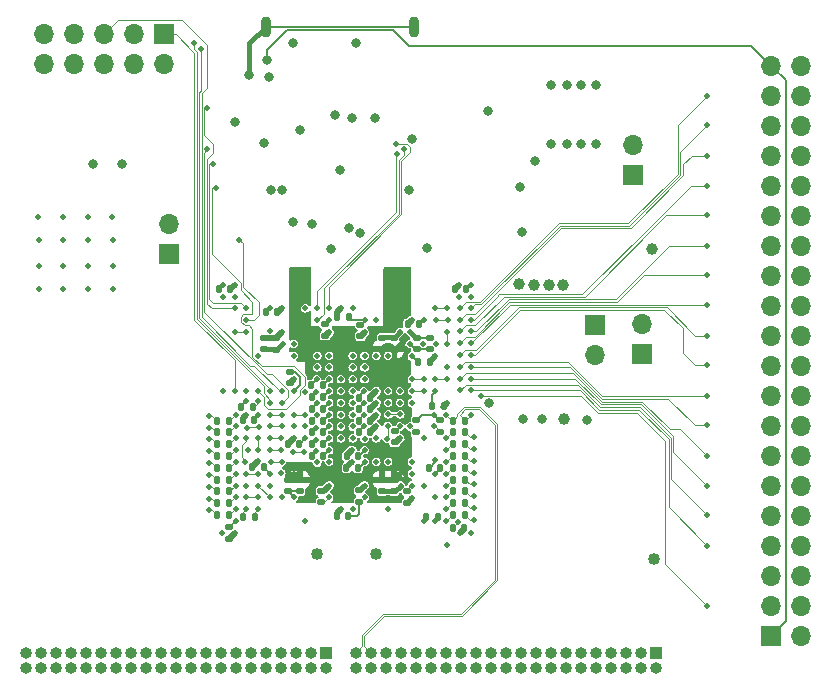
<source format=gbr>
%TF.GenerationSoftware,KiCad,Pcbnew,6.0.10-86aedd382b~118~ubuntu20.04.1*%
%TF.CreationDate,2023-03-05T00:00:34-08:00*%
%TF.ProjectId,ep2c35_trial,65703263-3335-45f7-9472-69616c2e6b69,rev?*%
%TF.SameCoordinates,Original*%
%TF.FileFunction,Copper,L4,Bot*%
%TF.FilePolarity,Positive*%
%FSLAX46Y46*%
G04 Gerber Fmt 4.6, Leading zero omitted, Abs format (unit mm)*
G04 Created by KiCad (PCBNEW 6.0.10-86aedd382b~118~ubuntu20.04.1) date 2023-03-05 00:00:34*
%MOMM*%
%LPD*%
G01*
G04 APERTURE LIST*
G04 Aperture macros list*
%AMRoundRect*
0 Rectangle with rounded corners*
0 $1 Rounding radius*
0 $2 $3 $4 $5 $6 $7 $8 $9 X,Y pos of 4 corners*
0 Add a 4 corners polygon primitive as box body*
4,1,4,$2,$3,$4,$5,$6,$7,$8,$9,$2,$3,0*
0 Add four circle primitives for the rounded corners*
1,1,$1+$1,$2,$3*
1,1,$1+$1,$4,$5*
1,1,$1+$1,$6,$7*
1,1,$1+$1,$8,$9*
0 Add four rect primitives between the rounded corners*
20,1,$1+$1,$2,$3,$4,$5,0*
20,1,$1+$1,$4,$5,$6,$7,0*
20,1,$1+$1,$6,$7,$8,$9,0*
20,1,$1+$1,$8,$9,$2,$3,0*%
G04 Aperture macros list end*
%TA.AperFunction,ComponentPad*%
%ADD10R,1.700000X1.700000*%
%TD*%
%TA.AperFunction,ComponentPad*%
%ADD11O,1.700000X1.700000*%
%TD*%
%TA.AperFunction,ComponentPad*%
%ADD12R,1.000000X1.000000*%
%TD*%
%TA.AperFunction,ComponentPad*%
%ADD13O,1.000000X1.000000*%
%TD*%
%TA.AperFunction,ComponentPad*%
%ADD14C,0.460000*%
%TD*%
%TA.AperFunction,ComponentPad*%
%ADD15O,0.900000X1.800000*%
%TD*%
%TA.AperFunction,SMDPad,CuDef*%
%ADD16RoundRect,0.140000X-0.140000X-0.170000X0.140000X-0.170000X0.140000X0.170000X-0.140000X0.170000X0*%
%TD*%
%TA.AperFunction,SMDPad,CuDef*%
%ADD17RoundRect,0.135000X0.135000X0.185000X-0.135000X0.185000X-0.135000X-0.185000X0.135000X-0.185000X0*%
%TD*%
%TA.AperFunction,SMDPad,CuDef*%
%ADD18RoundRect,0.135000X-0.135000X-0.185000X0.135000X-0.185000X0.135000X0.185000X-0.135000X0.185000X0*%
%TD*%
%TA.AperFunction,SMDPad,CuDef*%
%ADD19RoundRect,0.140000X0.170000X-0.140000X0.170000X0.140000X-0.170000X0.140000X-0.170000X-0.140000X0*%
%TD*%
%TA.AperFunction,SMDPad,CuDef*%
%ADD20RoundRect,0.140000X0.140000X0.170000X-0.140000X0.170000X-0.140000X-0.170000X0.140000X-0.170000X0*%
%TD*%
%TA.AperFunction,SMDPad,CuDef*%
%ADD21RoundRect,0.140000X-0.170000X0.140000X-0.170000X-0.140000X0.170000X-0.140000X0.170000X0.140000X0*%
%TD*%
%TA.AperFunction,SMDPad,CuDef*%
%ADD22RoundRect,0.135000X-0.185000X0.135000X-0.185000X-0.135000X0.185000X-0.135000X0.185000X0.135000X0*%
%TD*%
%TA.AperFunction,ViaPad*%
%ADD23C,0.460000*%
%TD*%
%TA.AperFunction,ViaPad*%
%ADD24C,1.000000*%
%TD*%
%TA.AperFunction,ViaPad*%
%ADD25C,1.016000*%
%TD*%
%TA.AperFunction,ViaPad*%
%ADD26C,0.800000*%
%TD*%
%TA.AperFunction,Conductor*%
%ADD27C,0.200000*%
%TD*%
%TA.AperFunction,Conductor*%
%ADD28C,0.508000*%
%TD*%
%TA.AperFunction,Conductor*%
%ADD29C,0.100000*%
%TD*%
%TA.AperFunction,Conductor*%
%ADD30C,0.600000*%
%TD*%
%TA.AperFunction,Conductor*%
%ADD31C,0.090000*%
%TD*%
%TA.AperFunction,Conductor*%
%ADD32C,0.400000*%
%TD*%
G04 APERTURE END LIST*
D10*
%TO.P,J6,1,Pin_1*%
%TO.N,/3V3_LDO*%
X129950000Y-67925000D03*
D11*
%TO.P,J6,2,Pin_2*%
%TO.N,+3.3V*%
X129950000Y-65385000D03*
%TD*%
D12*
%TO.P,J2,1,Pin_1*%
%TO.N,GND*%
X171150000Y-101650000D03*
D13*
%TO.P,J2,2,Pin_2*%
X171150000Y-102920000D03*
%TO.P,J2,3,Pin_3*%
%TO.N,/LVDS_RX_DATA1_7_N*%
X169880000Y-101650000D03*
%TO.P,J2,4,Pin_4*%
%TO.N,GND*%
X169880000Y-102920000D03*
%TO.P,J2,5,Pin_5*%
%TO.N,/LVDS_RX_DATA1_7_P*%
X168610000Y-101650000D03*
%TO.P,J2,6,Pin_6*%
%TO.N,GND*%
X168610000Y-102920000D03*
%TO.P,J2,7,Pin_7*%
%TO.N,/LVDS_RX_DATA1_6_N*%
X167340000Y-101650000D03*
%TO.P,J2,8,Pin_8*%
%TO.N,GND*%
X167340000Y-102920000D03*
%TO.P,J2,9,Pin_9*%
%TO.N,/LVDS_RX_DATA1_6_P*%
X166070000Y-101650000D03*
%TO.P,J2,10,Pin_10*%
%TO.N,GND*%
X166070000Y-102920000D03*
%TO.P,J2,11,Pin_11*%
%TO.N,/LVDS_RX_DATA1_5_N*%
X164800000Y-101650000D03*
%TO.P,J2,12,Pin_12*%
%TO.N,GND*%
X164800000Y-102920000D03*
%TO.P,J2,13,Pin_13*%
%TO.N,/LVDS_RX_DATA1_5_P*%
X163530000Y-101650000D03*
%TO.P,J2,14,Pin_14*%
%TO.N,GND*%
X163530000Y-102920000D03*
%TO.P,J2,15,Pin_15*%
%TO.N,/LVDS_RX_DATA1_4_N*%
X162260000Y-101650000D03*
%TO.P,J2,16,Pin_16*%
%TO.N,GND*%
X162260000Y-102920000D03*
%TO.P,J2,17,Pin_17*%
%TO.N,/LVDS_RX_DATA1_4_P*%
X160990000Y-101650000D03*
%TO.P,J2,18,Pin_18*%
%TO.N,GND*%
X160990000Y-102920000D03*
%TO.P,J2,19,Pin_19*%
%TO.N,/LVDS_RX_DATA1_3_N*%
X159720000Y-101650000D03*
%TO.P,J2,20,Pin_20*%
%TO.N,GND*%
X159720000Y-102920000D03*
%TO.P,J2,21,Pin_21*%
%TO.N,/LVDS_RX_DATA1_3_P*%
X158450000Y-101650000D03*
%TO.P,J2,22,Pin_22*%
%TO.N,GND*%
X158450000Y-102920000D03*
%TO.P,J2,23,Pin_23*%
%TO.N,/LVDS_RX_DATA1_2_N*%
X157180000Y-101650000D03*
%TO.P,J2,24,Pin_24*%
%TO.N,GND*%
X157180000Y-102920000D03*
%TO.P,J2,25,Pin_25*%
%TO.N,/LVDS_RX_DATA1_2_P*%
X155910000Y-101650000D03*
%TO.P,J2,26,Pin_26*%
%TO.N,GND*%
X155910000Y-102920000D03*
%TO.P,J2,27,Pin_27*%
%TO.N,/LVDS_RX_DATA1_1_N*%
X154640000Y-101650000D03*
%TO.P,J2,28,Pin_28*%
%TO.N,GND*%
X154640000Y-102920000D03*
%TO.P,J2,29,Pin_29*%
%TO.N,/LVDS_RX_DATA1_1_P*%
X153370000Y-101650000D03*
%TO.P,J2,30,Pin_30*%
%TO.N,GND*%
X153370000Y-102920000D03*
%TO.P,J2,31,Pin_31*%
%TO.N,/LVDS_RX_DATA1_0_N*%
X152100000Y-101650000D03*
%TO.P,J2,32,Pin_32*%
%TO.N,GND*%
X152100000Y-102920000D03*
%TO.P,J2,33,Pin_33*%
%TO.N,/LVDS_RX_DATA1_0_P*%
X150830000Y-101650000D03*
%TO.P,J2,34,Pin_34*%
%TO.N,GND*%
X150830000Y-102920000D03*
%TO.P,J2,35,Pin_35*%
%TO.N,/LVDS_RX_FCLK1_N*%
X149560000Y-101650000D03*
%TO.P,J2,36,Pin_36*%
%TO.N,GND*%
X149560000Y-102920000D03*
%TO.P,J2,37,Pin_37*%
%TO.N,/LVDS_RX_FCLK1_P*%
X148290000Y-101650000D03*
%TO.P,J2,38,Pin_38*%
%TO.N,GND*%
X148290000Y-102920000D03*
%TO.P,J2,39,Pin_39*%
%TO.N,/LVDS_RX_CLK1_N*%
X147020000Y-101650000D03*
%TO.P,J2,40,Pin_40*%
%TO.N,GND*%
X147020000Y-102920000D03*
%TO.P,J2,41,Pin_41*%
%TO.N,/LVDS_RX_CLK1_P*%
X145750000Y-101650000D03*
%TO.P,J2,42,Pin_42*%
%TO.N,GND*%
X145750000Y-102920000D03*
%TD*%
D10*
%TO.P,J9,1,Pin_1*%
%TO.N,+1V2*%
X170000000Y-76400000D03*
D11*
%TO.P,J9,2,Pin_2*%
%TO.N,/1V2_OPT*%
X170000000Y-73860000D03*
%TD*%
D10*
%TO.P,J3,1,+5V*%
%TO.N,/VBUS*%
X180900000Y-100200000D03*
D11*
%TO.P,J3,2,PGND*%
%TO.N,GND*%
X183440000Y-100200000D03*
%TO.P,J3,3,CLOCK*%
%TO.N,/POD_CLK*%
X180900000Y-97660000D03*
%TO.P,J3,4,GND*%
%TO.N,GND*%
X183440000Y-97660000D03*
%TO.P,J3,5,DNC*%
%TO.N,unconnected-(J3-Pad5)*%
X180900000Y-95120000D03*
%TO.P,J3,6,GND*%
%TO.N,GND*%
X183440000Y-95120000D03*
%TO.P,J3,7,D15*%
%TO.N,/POD_D15*%
X180900000Y-92580000D03*
%TO.P,J3,8,GND*%
%TO.N,GND*%
X183440000Y-92580000D03*
%TO.P,J3,9,D14*%
%TO.N,/POD_D14*%
X180900000Y-90040000D03*
%TO.P,J3,10,GND*%
%TO.N,GND*%
X183440000Y-90040000D03*
%TO.P,J3,11,D13*%
%TO.N,/POD_D13*%
X180900000Y-87500000D03*
%TO.P,J3,12,GND*%
%TO.N,GND*%
X183440000Y-87500000D03*
%TO.P,J3,13,D12*%
%TO.N,/POD_D12*%
X180900000Y-84960000D03*
%TO.P,J3,14,GND*%
%TO.N,GND*%
X183440000Y-84960000D03*
%TO.P,J3,15,D11*%
%TO.N,/POD_D11*%
X180900000Y-82420000D03*
%TO.P,J3,16,GND*%
%TO.N,GND*%
X183440000Y-82420000D03*
%TO.P,J3,17,D10*%
%TO.N,/POD_D10*%
X180900000Y-79880000D03*
%TO.P,J3,18,GND*%
%TO.N,GND*%
X183440000Y-79880000D03*
%TO.P,J3,19,D9*%
%TO.N,/POD_D9*%
X180900000Y-77340000D03*
%TO.P,J3,20,GND*%
%TO.N,GND*%
X183440000Y-77340000D03*
%TO.P,J3,21,D8*%
%TO.N,/POD_D8*%
X180900000Y-74800000D03*
%TO.P,J3,22,GND*%
%TO.N,GND*%
X183440000Y-74800000D03*
%TO.P,J3,23,D7*%
%TO.N,/POD_D7*%
X180900000Y-72260000D03*
%TO.P,J3,24,GND*%
%TO.N,GND*%
X183440000Y-72260000D03*
%TO.P,J3,25,D6*%
%TO.N,/POD_D6*%
X180900000Y-69720000D03*
%TO.P,J3,26,GND*%
%TO.N,GND*%
X183440000Y-69720000D03*
%TO.P,J3,27,D5*%
%TO.N,/POD_D5*%
X180900000Y-67180000D03*
%TO.P,J3,28,GND*%
%TO.N,GND*%
X183440000Y-67180000D03*
%TO.P,J3,29,D4*%
%TO.N,/POD_D4*%
X180900000Y-64640000D03*
%TO.P,J3,30,GND*%
%TO.N,GND*%
X183440000Y-64640000D03*
%TO.P,J3,31,D3*%
%TO.N,/POD_D3*%
X180900000Y-62100000D03*
%TO.P,J3,32,GND*%
%TO.N,GND*%
X183440000Y-62100000D03*
%TO.P,J3,33,D2*%
%TO.N,/POD_D2*%
X180900000Y-59560000D03*
%TO.P,J3,34,GND*%
%TO.N,GND*%
X183440000Y-59560000D03*
%TO.P,J3,35,D1*%
%TO.N,/POD_D1*%
X180900000Y-57020000D03*
%TO.P,J3,36,GND*%
%TO.N,GND*%
X183440000Y-57020000D03*
%TO.P,J3,37,D0*%
%TO.N,/POD_D0*%
X180900000Y-54480000D03*
%TO.P,J3,38,GND*%
%TO.N,GND*%
X183440000Y-54480000D03*
%TO.P,J3,39,+5V*%
%TO.N,/VBUS*%
X180900000Y-51940000D03*
%TO.P,J3,40,PGND*%
%TO.N,GND*%
X183440000Y-51940000D03*
%TD*%
D10*
%TO.P,J5,1,Pin_1*%
%TO.N,/TCK*%
X129500000Y-49300000D03*
D11*
%TO.P,J5,2,Pin_2*%
%TO.N,GND*%
X129500000Y-51840000D03*
%TO.P,J5,3,Pin_3*%
%TO.N,/TDO*%
X126960000Y-49300000D03*
%TO.P,J5,4,Pin_4*%
%TO.N,+3.3V*%
X126960000Y-51840000D03*
%TO.P,J5,5,Pin_5*%
%TO.N,/TMS*%
X124420000Y-49300000D03*
%TO.P,J5,6,Pin_6*%
%TO.N,unconnected-(J5-Pad6)*%
X124420000Y-51840000D03*
%TO.P,J5,7,Pin_7*%
%TO.N,unconnected-(J5-Pad7)*%
X121880000Y-49300000D03*
%TO.P,J5,8,Pin_8*%
%TO.N,unconnected-(J5-Pad8)*%
X121880000Y-51840000D03*
%TO.P,J5,9,Pin_9*%
%TO.N,/TDI*%
X119340000Y-49300000D03*
%TO.P,J5,10,Pin_10*%
%TO.N,GND*%
X119340000Y-51840000D03*
%TD*%
D12*
%TO.P,J1,1,Pin_1*%
%TO.N,GND*%
X143210000Y-101650000D03*
D13*
%TO.P,J1,2,Pin_2*%
X143210000Y-102920000D03*
%TO.P,J1,3,Pin_3*%
%TO.N,/LVDS_RX_FCLK0_N*%
X141940000Y-101650000D03*
%TO.P,J1,4,Pin_4*%
%TO.N,GND*%
X141940000Y-102920000D03*
%TO.P,J1,5,Pin_5*%
%TO.N,/LVDS_RX_FCLK0_P*%
X140670000Y-101650000D03*
%TO.P,J1,6,Pin_6*%
%TO.N,GND*%
X140670000Y-102920000D03*
%TO.P,J1,7,Pin_7*%
%TO.N,/LVDS_RX_DATA0_7_N*%
X139400000Y-101650000D03*
%TO.P,J1,8,Pin_8*%
%TO.N,GND*%
X139400000Y-102920000D03*
%TO.P,J1,9,Pin_9*%
%TO.N,/LVDS_RX_DATA0_7_P*%
X138130000Y-101650000D03*
%TO.P,J1,10,Pin_10*%
%TO.N,GND*%
X138130000Y-102920000D03*
%TO.P,J1,11,Pin_11*%
%TO.N,/LVDS_RX_DATA0_6_N*%
X136860000Y-101650000D03*
%TO.P,J1,12,Pin_12*%
%TO.N,GND*%
X136860000Y-102920000D03*
%TO.P,J1,13,Pin_13*%
%TO.N,/LVDS_RX_DATA0_6_P*%
X135590000Y-101650000D03*
%TO.P,J1,14,Pin_14*%
%TO.N,GND*%
X135590000Y-102920000D03*
%TO.P,J1,15,Pin_15*%
%TO.N,/LVDS_RX_DATA0_5_N*%
X134320000Y-101650000D03*
%TO.P,J1,16,Pin_16*%
%TO.N,GND*%
X134320000Y-102920000D03*
%TO.P,J1,17,Pin_17*%
%TO.N,/LVDS_RX_DATA0_5_P*%
X133050000Y-101650000D03*
%TO.P,J1,18,Pin_18*%
%TO.N,GND*%
X133050000Y-102920000D03*
%TO.P,J1,19,Pin_19*%
%TO.N,/LVDS_RX_DATA0_4_N*%
X131780000Y-101650000D03*
%TO.P,J1,20,Pin_20*%
%TO.N,GND*%
X131780000Y-102920000D03*
%TO.P,J1,21,Pin_21*%
%TO.N,/LVDS_RX_DATA0_4_P*%
X130510000Y-101650000D03*
%TO.P,J1,22,Pin_22*%
%TO.N,GND*%
X130510000Y-102920000D03*
%TO.P,J1,23,Pin_23*%
%TO.N,/LVDS_RX_DATA0_3_N*%
X129240000Y-101650000D03*
%TO.P,J1,24,Pin_24*%
%TO.N,GND*%
X129240000Y-102920000D03*
%TO.P,J1,25,Pin_25*%
%TO.N,/LVDS_RX_DATA0_3_P*%
X127970000Y-101650000D03*
%TO.P,J1,26,Pin_26*%
%TO.N,GND*%
X127970000Y-102920000D03*
%TO.P,J1,27,Pin_27*%
%TO.N,/LVDS_RX_DATA0_2_N*%
X126700000Y-101650000D03*
%TO.P,J1,28,Pin_28*%
%TO.N,GND*%
X126700000Y-102920000D03*
%TO.P,J1,29,Pin_29*%
%TO.N,/LVDS_RX_DATA0_2_P*%
X125430000Y-101650000D03*
%TO.P,J1,30,Pin_30*%
%TO.N,GND*%
X125430000Y-102920000D03*
%TO.P,J1,31,Pin_31*%
%TO.N,/LVDS_RX_DATA0_1_N*%
X124160000Y-101650000D03*
%TO.P,J1,32,Pin_32*%
%TO.N,GND*%
X124160000Y-102920000D03*
%TO.P,J1,33,Pin_33*%
%TO.N,/LVDS_RX_DATA0_1_P*%
X122890000Y-101650000D03*
%TO.P,J1,34,Pin_34*%
%TO.N,GND*%
X122890000Y-102920000D03*
%TO.P,J1,35,Pin_35*%
%TO.N,/LVDS_RX_DATA0_0_N*%
X121620000Y-101650000D03*
%TO.P,J1,36,Pin_36*%
%TO.N,GND*%
X121620000Y-102920000D03*
%TO.P,J1,37,Pin_37*%
%TO.N,/LVDS_RX_DATA0_0_P*%
X120350000Y-101650000D03*
%TO.P,J1,38,Pin_38*%
%TO.N,GND*%
X120350000Y-102920000D03*
%TO.P,J1,39,Pin_39*%
%TO.N,/LVDS_RX_CLK0_N*%
X119080000Y-101650000D03*
%TO.P,J1,40,Pin_40*%
%TO.N,GND*%
X119080000Y-102920000D03*
%TO.P,J1,41,Pin_41*%
%TO.N,/LVDS_RX_CLK0_P*%
X117810000Y-101650000D03*
%TO.P,J1,42,Pin_42*%
%TO.N,GND*%
X117810000Y-102920000D03*
%TD*%
D14*
%TO.P,U2,3,GND*%
%TO.N,GND*%
X118850000Y-64783750D03*
X118900000Y-68883750D03*
X120950000Y-64783750D03*
X123100000Y-68883750D03*
X125150000Y-64783750D03*
X123100000Y-70833750D03*
X123050000Y-64783750D03*
X125200000Y-68883750D03*
X121000000Y-68883750D03*
X125200000Y-70833750D03*
X125200000Y-66733750D03*
X121000000Y-66733750D03*
X123100000Y-66733750D03*
X118900000Y-66733750D03*
X121000000Y-70833750D03*
X118900000Y-70833750D03*
%TD*%
D10*
%TO.P,J8,1,Pin_1*%
%TO.N,/1V2_LDO*%
X166000000Y-73900000D03*
D11*
%TO.P,J8,2,Pin_2*%
%TO.N,+1V2*%
X166000000Y-76440000D03*
%TD*%
D15*
%TO.P,J4,S1,SHIELD*%
%TO.N,/USB_SHIELD*%
X150725000Y-48650000D03*
%TO.P,J4,S2,SHIELD*%
X138175000Y-48650000D03*
%TD*%
D10*
%TO.P,J7,1,Pin_1*%
%TO.N,/2V5_LDO*%
X169200000Y-61230000D03*
D11*
%TO.P,J7,2,Pin_2*%
%TO.N,+2V5*%
X169200000Y-58690000D03*
%TD*%
D16*
%TO.P,C67,1*%
%TO.N,+3.3V*%
X154150000Y-70850000D03*
%TO.P,C67,2*%
%TO.N,GND*%
X155110000Y-70850000D03*
%TD*%
D17*
%TO.P,R24,1*%
%TO.N,/LVDS_RX_DATA0_4_N*%
X135020000Y-87000000D03*
%TO.P,R24,2*%
%TO.N,/LVDS_RX_DATA0_4_P*%
X134000000Y-87000000D03*
%TD*%
%TO.P,R23,1*%
%TO.N,/LVDS_RX_DATA0_5_N*%
X135020000Y-88000000D03*
%TO.P,R23,2*%
%TO.N,/LVDS_RX_DATA0_5_P*%
X134000000Y-88000000D03*
%TD*%
%TO.P,R30,1*%
%TO.N,/LVDS_RX_CLK0_N*%
X135000000Y-82000000D03*
%TO.P,R30,2*%
%TO.N,/LVDS_RX_CLK0_P*%
X133980000Y-82000000D03*
%TD*%
D18*
%TO.P,R14,1*%
%TO.N,/LVDS_RX_DATA1_4_N*%
X153980000Y-86000000D03*
%TO.P,R14,2*%
%TO.N,/LVDS_RX_DATA1_4_P*%
X155000000Y-86000000D03*
%TD*%
D19*
%TO.P,C70,1*%
%TO.N,+3.3V*%
X140150000Y-78850000D03*
%TO.P,C70,2*%
%TO.N,GND*%
X140150000Y-77890000D03*
%TD*%
D18*
%TO.P,R12,1*%
%TO.N,/LVDS_RX_DATA1_6_N*%
X153980000Y-84000000D03*
%TO.P,R12,2*%
%TO.N,/LVDS_RX_DATA1_6_P*%
X155000000Y-84000000D03*
%TD*%
D20*
%TO.P,C46,1*%
%TO.N,+1V2*%
X147000000Y-82000000D03*
%TO.P,C46,2*%
%TO.N,GND*%
X146040000Y-82000000D03*
%TD*%
D21*
%TO.P,C58,1*%
%TO.N,+2V5*%
X146050000Y-87920000D03*
%TO.P,C58,2*%
%TO.N,GND*%
X146050000Y-88880000D03*
%TD*%
D20*
%TO.P,C68,1*%
%TO.N,+3.3V*%
X153200000Y-80800000D03*
%TO.P,C68,2*%
%TO.N,GND*%
X152240000Y-80800000D03*
%TD*%
D17*
%TO.P,R26,1*%
%TO.N,/LVDS_RX_DATA0_2_N*%
X135020000Y-85000000D03*
%TO.P,R26,2*%
%TO.N,/LVDS_RX_DATA0_2_P*%
X134000000Y-85000000D03*
%TD*%
D20*
%TO.P,C39,1*%
%TO.N,+1V2*%
X142970000Y-84000000D03*
%TO.P,C39,2*%
%TO.N,GND*%
X142010000Y-84000000D03*
%TD*%
%TO.P,C43,1*%
%TO.N,+1V2*%
X142970000Y-85000000D03*
%TO.P,C43,2*%
%TO.N,GND*%
X142010000Y-85000000D03*
%TD*%
D16*
%TO.P,C57,1*%
%TO.N,+2V5*%
X140000000Y-84000000D03*
%TO.P,C57,2*%
%TO.N,GND*%
X140960000Y-84000000D03*
%TD*%
D20*
%TO.P,C66,1*%
%TO.N,+3.3V*%
X139110000Y-72850000D03*
%TO.P,C66,2*%
%TO.N,GND*%
X138150000Y-72850000D03*
%TD*%
D18*
%TO.P,R20,1*%
%TO.N,/LVDS_RX_CLK1_N*%
X153980000Y-82000000D03*
%TO.P,R20,2*%
%TO.N,/LVDS_RX_CLK1_P*%
X155000000Y-82000000D03*
%TD*%
D17*
%TO.P,R22,1*%
%TO.N,/LVDS_RX_DATA0_6_N*%
X135020000Y-89000000D03*
%TO.P,R22,2*%
%TO.N,/LVDS_RX_DATA0_6_P*%
X134000000Y-89000000D03*
%TD*%
%TO.P,R28,1*%
%TO.N,/LVDS_RX_DATA0_0_N*%
X135020000Y-83000000D03*
%TO.P,R28,2*%
%TO.N,/LVDS_RX_DATA0_0_P*%
X134000000Y-83000000D03*
%TD*%
%TO.P,R27,1*%
%TO.N,/LVDS_RX_DATA0_1_N*%
X135000000Y-84000000D03*
%TO.P,R27,2*%
%TO.N,/LVDS_RX_DATA0_1_P*%
X133980000Y-84000000D03*
%TD*%
D21*
%TO.P,C31,1*%
%TO.N,+1V2A*%
X139000000Y-75040000D03*
%TO.P,C31,2*%
%TO.N,GND*%
X139000000Y-76000000D03*
%TD*%
D16*
%TO.P,C37,1*%
%TO.N,+1V2*%
X142010000Y-81000000D03*
%TO.P,C37,2*%
%TO.N,GND*%
X142970000Y-81000000D03*
%TD*%
D20*
%TO.P,C62,1*%
%TO.N,+3.3V*%
X152000000Y-77000000D03*
%TO.P,C62,2*%
%TO.N,GND*%
X151040000Y-77000000D03*
%TD*%
%TO.P,C60,1*%
%TO.N,+3.3V*%
X135100000Y-70850000D03*
%TO.P,C60,2*%
%TO.N,GND*%
X134140000Y-70850000D03*
%TD*%
D19*
%TO.P,C50,1*%
%TO.N,+2V5*%
X135000000Y-92000000D03*
%TO.P,C50,2*%
%TO.N,GND*%
X135000000Y-91040000D03*
%TD*%
D16*
%TO.P,C42,1*%
%TO.N,+1V2*%
X142010000Y-82000000D03*
%TO.P,C42,2*%
%TO.N,GND*%
X142970000Y-82000000D03*
%TD*%
%TO.P,C61,1*%
%TO.N,+3.3V*%
X150190000Y-73800000D03*
%TO.P,C61,2*%
%TO.N,GND*%
X151150000Y-73800000D03*
%TD*%
D19*
%TO.P,C1,1*%
%TO.N,+1V2A*%
X149000000Y-75960000D03*
%TO.P,C1,2*%
%TO.N,GND*%
X149000000Y-75000000D03*
%TD*%
D20*
%TO.P,C45,1*%
%TO.N,+1V2*%
X147000000Y-81000000D03*
%TO.P,C45,2*%
%TO.N,GND*%
X146040000Y-81000000D03*
%TD*%
%TO.P,C44,1*%
%TO.N,+1V2*%
X147000000Y-80050000D03*
%TO.P,C44,2*%
%TO.N,GND*%
X146040000Y-80050000D03*
%TD*%
D21*
%TO.P,C36,1*%
%TO.N,+1V2A*%
X140000000Y-87000000D03*
%TO.P,C36,2*%
%TO.N,GND*%
X140000000Y-87960000D03*
%TD*%
D16*
%TO.P,C54,1*%
%TO.N,+2V5*%
X137000000Y-85950000D03*
%TO.P,C54,2*%
%TO.N,GND*%
X137960000Y-85950000D03*
%TD*%
D19*
%TO.P,C59,1*%
%TO.N,+2V5*%
X149050000Y-83850000D03*
%TO.P,C59,2*%
%TO.N,GND*%
X149050000Y-82890000D03*
%TD*%
D18*
%TO.P,R18,1*%
%TO.N,/LVDS_RX_DATA1_0_N*%
X153980000Y-90000000D03*
%TO.P,R18,2*%
%TO.N,/LVDS_RX_DATA1_0_P*%
X155000000Y-90000000D03*
%TD*%
D21*
%TO.P,C55,1*%
%TO.N,+2V5*%
X142850000Y-87950000D03*
%TO.P,C55,2*%
%TO.N,GND*%
X142850000Y-88910000D03*
%TD*%
D19*
%TO.P,C63,1*%
%TO.N,+3.3V*%
X143150000Y-74810000D03*
%TO.P,C63,2*%
%TO.N,GND*%
X143150000Y-73850000D03*
%TD*%
%TO.P,C64,1*%
%TO.N,+3.3V*%
X146150000Y-74830000D03*
%TO.P,C64,2*%
%TO.N,GND*%
X146150000Y-73870000D03*
%TD*%
D21*
%TO.P,C33,1*%
%TO.N,+1V2A*%
X148000000Y-87000000D03*
%TO.P,C33,2*%
%TO.N,GND*%
X148000000Y-87960000D03*
%TD*%
D16*
%TO.P,C53,1*%
%TO.N,+2V5*%
X151920000Y-86000000D03*
%TO.P,C53,2*%
%TO.N,GND*%
X152880000Y-86000000D03*
%TD*%
D20*
%TO.P,C51,1*%
%TO.N,+2V5*%
X154950000Y-91100000D03*
%TO.P,C51,2*%
%TO.N,GND*%
X153990000Y-91100000D03*
%TD*%
D19*
%TO.P,C2,1*%
%TO.N,+1V2A*%
X148000000Y-75950000D03*
%TO.P,C2,2*%
%TO.N,GND*%
X148000000Y-74990000D03*
%TD*%
D17*
%TO.P,R21,1*%
%TO.N,/LVDS_RX_DATA0_7_N*%
X135000000Y-90000000D03*
%TO.P,R21,2*%
%TO.N,/LVDS_RX_DATA0_7_P*%
X133980000Y-90000000D03*
%TD*%
D16*
%TO.P,C40,1*%
%TO.N,+1V2*%
X142020000Y-80000000D03*
%TO.P,C40,2*%
%TO.N,GND*%
X142980000Y-80000000D03*
%TD*%
D21*
%TO.P,C34,1*%
%TO.N,+1V2A*%
X149000000Y-87000000D03*
%TO.P,C34,2*%
%TO.N,GND*%
X149000000Y-87960000D03*
%TD*%
D18*
%TO.P,R17,1*%
%TO.N,/LVDS_RX_DATA1_1_N*%
X153980000Y-89000000D03*
%TO.P,R17,2*%
%TO.N,/LVDS_RX_DATA1_1_P*%
X155000000Y-89000000D03*
%TD*%
%TO.P,R16,1*%
%TO.N,/LVDS_RX_DATA1_2_N*%
X153980000Y-88000000D03*
%TO.P,R16,2*%
%TO.N,/LVDS_RX_DATA1_2_P*%
X155000000Y-88000000D03*
%TD*%
D22*
%TO.P,R5,1*%
%TO.N,+2V5*%
X152850000Y-81980000D03*
%TO.P,R5,2*%
%TO.N,/nSTATUS*%
X152850000Y-83000000D03*
%TD*%
D16*
%TO.P,C49,1*%
%TO.N,+1V2*%
X144970000Y-86000000D03*
%TO.P,C49,2*%
%TO.N,GND*%
X145930000Y-86000000D03*
%TD*%
D18*
%TO.P,R11,1*%
%TO.N,/LVDS_RX_DATA1_7_N*%
X153980000Y-83000000D03*
%TO.P,R11,2*%
%TO.N,/LVDS_RX_DATA1_7_P*%
X155000000Y-83000000D03*
%TD*%
D22*
%TO.P,R6,1*%
%TO.N,+2V5*%
X150850000Y-81980000D03*
%TO.P,R6,2*%
%TO.N,/CONF_DONE*%
X150850000Y-83000000D03*
%TD*%
D18*
%TO.P,R2,1*%
%TO.N,+3.3V*%
X136000000Y-80850000D03*
%TO.P,R2,2*%
%TO.N,Net-(R2-Pad2)*%
X137020000Y-80850000D03*
%TD*%
D21*
%TO.P,C35,1*%
%TO.N,+1V2A*%
X141050000Y-87020000D03*
%TO.P,C35,2*%
%TO.N,GND*%
X141050000Y-87980000D03*
%TD*%
D19*
%TO.P,C3,1*%
%TO.N,+1V2*%
X150900000Y-75960000D03*
%TO.P,C3,2*%
%TO.N,GND*%
X150900000Y-75000000D03*
%TD*%
D18*
%TO.P,R15,1*%
%TO.N,/LVDS_RX_DATA1_3_N*%
X153980000Y-87000000D03*
%TO.P,R15,2*%
%TO.N,/LVDS_RX_DATA1_3_P*%
X155000000Y-87000000D03*
%TD*%
D16*
%TO.P,C69,1*%
%TO.N,+2V5*%
X144150000Y-90100000D03*
%TO.P,C69,2*%
%TO.N,GND*%
X145110000Y-90100000D03*
%TD*%
D20*
%TO.P,C38,1*%
%TO.N,+1V2*%
X142960000Y-79000000D03*
%TO.P,C38,2*%
%TO.N,GND*%
X142000000Y-79000000D03*
%TD*%
D19*
%TO.P,C4,1*%
%TO.N,+1V2*%
X152000000Y-75960000D03*
%TO.P,C4,2*%
%TO.N,GND*%
X152000000Y-75000000D03*
%TD*%
D16*
%TO.P,C65,1*%
%TO.N,+3.3V*%
X144200000Y-73200000D03*
%TO.P,C65,2*%
%TO.N,GND*%
X145160000Y-73200000D03*
%TD*%
%TO.P,C56,1*%
%TO.N,+2V5*%
X136190000Y-81950000D03*
%TO.P,C56,2*%
%TO.N,GND*%
X137150000Y-81950000D03*
%TD*%
D17*
%TO.P,R25,1*%
%TO.N,/LVDS_RX_DATA0_3_N*%
X135020000Y-86000000D03*
%TO.P,R25,2*%
%TO.N,/LVDS_RX_DATA0_3_P*%
X134000000Y-86000000D03*
%TD*%
D18*
%TO.P,R19,1*%
%TO.N,/LVDS_RX_FCLK1_N*%
X151730000Y-90200000D03*
%TO.P,R19,2*%
%TO.N,/LVDS_RX_FCLK1_P*%
X152750000Y-90200000D03*
%TD*%
D16*
%TO.P,C48,1*%
%TO.N,+1V2*%
X145000000Y-85000000D03*
%TO.P,C48,2*%
%TO.N,GND*%
X145960000Y-85000000D03*
%TD*%
D18*
%TO.P,R13,1*%
%TO.N,/LVDS_RX_DATA1_5_N*%
X153980000Y-85000000D03*
%TO.P,R13,2*%
%TO.N,/LVDS_RX_DATA1_5_P*%
X155000000Y-85000000D03*
%TD*%
D21*
%TO.P,C32,1*%
%TO.N,+1V2A*%
X138000000Y-75000000D03*
%TO.P,C32,2*%
%TO.N,GND*%
X138000000Y-75960000D03*
%TD*%
D20*
%TO.P,C47,1*%
%TO.N,+1V2*%
X147000000Y-83000000D03*
%TO.P,C47,2*%
%TO.N,GND*%
X146040000Y-83000000D03*
%TD*%
D17*
%TO.P,R29,1*%
%TO.N,/LVDS_RX_FCLK0_N*%
X137250000Y-90200000D03*
%TO.P,R29,2*%
%TO.N,/LVDS_RX_FCLK0_P*%
X136230000Y-90200000D03*
%TD*%
D19*
%TO.P,C52,1*%
%TO.N,+2V5*%
X150100000Y-88960000D03*
%TO.P,C52,2*%
%TO.N,GND*%
X150100000Y-88000000D03*
%TD*%
D16*
%TO.P,C41,1*%
%TO.N,+1V2*%
X142010000Y-83000000D03*
%TO.P,C41,2*%
%TO.N,GND*%
X142970000Y-83000000D03*
%TD*%
D23*
%TO.N,+1V2*%
X146500000Y-77500000D03*
X138500000Y-74400000D03*
X150500000Y-86500000D03*
X141450000Y-79600000D03*
X148500000Y-85500000D03*
X147500000Y-82500000D03*
X146500000Y-78500000D03*
X145500000Y-78500000D03*
X143500000Y-83500000D03*
X142450000Y-80500000D03*
X149500000Y-80500000D03*
X143500000Y-84500000D03*
X140500000Y-76500000D03*
X145500000Y-76500000D03*
X145400000Y-85500000D03*
X145450000Y-84500000D03*
X143500000Y-78500000D03*
X144500000Y-78500000D03*
X147500000Y-83500000D03*
X147500000Y-80500000D03*
X142400000Y-79600000D03*
X145500000Y-77500000D03*
X139450000Y-86450000D03*
X144500000Y-83500000D03*
X146500000Y-83550000D03*
X147500000Y-81500000D03*
X145500000Y-83500000D03*
X147500000Y-79500000D03*
X150350000Y-75500000D03*
X142450000Y-81500000D03*
X142350000Y-82650000D03*
%TO.N,/LVDS101*%
X152500000Y-72500000D03*
X153500000Y-72500000D03*
%TO.N,/LVDS100*%
X153525000Y-73475000D03*
X152525000Y-73475000D03*
%TO.N,/LVDS105*%
X153500000Y-74500000D03*
X153500000Y-75500000D03*
%TO.N,/LVDS111*%
X150500000Y-78500000D03*
X151500000Y-78500000D03*
%TO.N,/LVDS117*%
X150500000Y-79500000D03*
X151500000Y-79500000D03*
%TO.N,/LVDS120*%
X153500000Y-78500000D03*
X152500000Y-78500000D03*
%TO.N,/LVDS130*%
X149525000Y-81475000D03*
X148525000Y-81475000D03*
%TO.N,/LVDS132*%
X148400000Y-83550000D03*
X148450000Y-82450000D03*
%TO.N,+2V5*%
X152350000Y-81500000D03*
X137500000Y-85400000D03*
D24*
X163400000Y-81900000D03*
D23*
X146500000Y-87500000D03*
X149500000Y-83500000D03*
X147500000Y-85500000D03*
X154550000Y-91550000D03*
X135550000Y-91500000D03*
X145500000Y-89500000D03*
X139500000Y-88500000D03*
X136500000Y-81500000D03*
X150550000Y-88550000D03*
X152500000Y-85350000D03*
X144500000Y-89500000D03*
X140500000Y-83450000D03*
X142500000Y-85550000D03*
X153500000Y-92500000D03*
X143500000Y-87500000D03*
%TO.N,+1V2A*%
X140500000Y-86500000D03*
X149600000Y-75500000D03*
D25*
X141000000Y-69700000D03*
X142500000Y-93300000D03*
X171000000Y-93700000D03*
X147500000Y-93300000D03*
D23*
X139500000Y-74500000D03*
X149500000Y-86500000D03*
D25*
X149050000Y-69600000D03*
D23*
%TO.N,/LVDS_RX_DATA0_7_N*%
X135600000Y-89500000D03*
%TO.N,/LVDS_RX_DATA0_7_P*%
X133300000Y-89600000D03*
%TO.N,/LVDS_RX_DATA0_6_N*%
X135600000Y-88500000D03*
%TO.N,/LVDS_RX_DATA0_6_P*%
X133300000Y-88600000D03*
%TO.N,/LVDS_RX_DATA0_5_N*%
X135600000Y-87500000D03*
%TO.N,/LVDS_RX_DATA0_5_P*%
X133300000Y-87600000D03*
%TO.N,/LVDS_RX_DATA0_4_N*%
X135600000Y-86500000D03*
%TO.N,/LVDS_RX_DATA0_4_P*%
X133300000Y-86600000D03*
%TO.N,/LVDS_RX_DATA0_3_N*%
X135600000Y-85500000D03*
%TO.N,/LVDS_RX_DATA0_3_P*%
X133300000Y-85600000D03*
%TO.N,/LVDS_RX_DATA0_2_N*%
X135600000Y-84500000D03*
%TO.N,/LVDS_RX_DATA0_2_P*%
X133300000Y-84600000D03*
%TO.N,/LVDS_RX_DATA0_1_N*%
X135600000Y-83500000D03*
%TO.N,/LVDS_RX_DATA0_1_P*%
X133300000Y-83600000D03*
%TO.N,/LVDS_RX_DATA0_0_N*%
X135600000Y-82500000D03*
%TO.N,/LVDS_RX_DATA0_0_P*%
X133300000Y-82600000D03*
%TO.N,/LVDS_RX_FCLK0_N*%
X137500000Y-89500000D03*
%TO.N,/LVDS_RX_FCLK0_P*%
X136500000Y-89500000D03*
%TO.N,/LVDS_RX_CLK0_P*%
X133300000Y-81600000D03*
%TO.N,/LVDS_RX_CLK0_N*%
X135600000Y-81500000D03*
D26*
%TO.N,+3.3V*%
X141060749Y-57439251D03*
D23*
X153500000Y-80500000D03*
X140500000Y-78500000D03*
X154500000Y-70500000D03*
D26*
X159700000Y-62250000D03*
X145449001Y-56389366D03*
D23*
X147500000Y-76500000D03*
X150500000Y-73500000D03*
D26*
X146100000Y-66150000D03*
X160900000Y-60000000D03*
D23*
X146500000Y-74500000D03*
X134500000Y-71500000D03*
X150500000Y-80500000D03*
D26*
X144000500Y-56100000D03*
X125950000Y-60300000D03*
X142050000Y-65400000D03*
D23*
X143500000Y-74500000D03*
D26*
X147350000Y-56400000D03*
D23*
X145500000Y-72500000D03*
D26*
X150250000Y-62450000D03*
X139500000Y-62500000D03*
X157000000Y-80500000D03*
D23*
X142500000Y-76500000D03*
X136500000Y-80350000D03*
X139500000Y-72500000D03*
X149500000Y-79500000D03*
X155550000Y-71500000D03*
X144500000Y-72500000D03*
X152500000Y-76500000D03*
X135500000Y-70500000D03*
%TO.N,/LVDS_RX_DATA1_7_N*%
X153400000Y-83500000D03*
%TO.N,/LVDS_RX_DATA1_7_P*%
X155800000Y-83400000D03*
%TO.N,/LVDS_RX_DATA1_6_N*%
X153400000Y-84500000D03*
%TO.N,/LVDS_RX_DATA1_6_P*%
X155800000Y-84400000D03*
%TO.N,/LVDS_RX_DATA1_5_N*%
X153400000Y-85500000D03*
%TO.N,/LVDS_RX_DATA1_5_P*%
X155800000Y-85400000D03*
%TO.N,/LVDS_RX_DATA1_4_N*%
X153400000Y-86500000D03*
%TO.N,/LVDS_RX_DATA1_4_P*%
X155800000Y-86400000D03*
%TO.N,/LVDS_RX_DATA1_3_N*%
X153400000Y-87500000D03*
%TO.N,/LVDS_RX_DATA1_3_P*%
X155800000Y-87400000D03*
%TO.N,/LVDS_RX_DATA1_2_N*%
X153400000Y-88500000D03*
%TO.N,/LVDS_RX_DATA1_2_P*%
X155800000Y-88400000D03*
%TO.N,/LVDS_RX_DATA1_1_N*%
X153400000Y-89500000D03*
%TO.N,/LVDS_RX_DATA1_1_P*%
X155800000Y-89400000D03*
%TO.N,/LVDS_RX_DATA1_0_N*%
X153400000Y-90500000D03*
%TO.N,/LVDS_RX_DATA1_0_P*%
X155800000Y-90400000D03*
%TO.N,/LVDS_RX_FCLK1_N*%
X151500000Y-90500000D03*
%TO.N,/LVDS_RX_FCLK1_P*%
X152500000Y-90500000D03*
%TO.N,/LVDS_RX_CLK1_N*%
X153400000Y-81500000D03*
%TO.N,Net-(R2-Pad2)*%
X137500000Y-80350000D03*
%TO.N,Net-(U1-PadP3)*%
X136400000Y-85500000D03*
X136500000Y-83500000D03*
D26*
%TO.N,/VBUS*%
X138250000Y-51500000D03*
D23*
%TO.N,/FT_WAKEUP_N*%
X142500000Y-72500000D03*
X149250000Y-59450000D03*
%TO.N,/FT_GPIO0*%
X149800000Y-59000000D03*
X142500000Y-73500000D03*
%TO.N,/FT_GPIO1*%
X149200000Y-58550000D03*
X143500000Y-72500000D03*
D26*
%TO.N,/USB_SHIELD*%
X136750000Y-52750000D03*
D23*
%TO.N,Net-(U1-PadV4)*%
X138500000Y-88500000D03*
X137500000Y-87500000D03*
%TO.N,/LVDS_RX_CLK1_P*%
X155500000Y-81500000D03*
D26*
%TO.N,GND*%
X138400000Y-52950000D03*
X135510000Y-56700000D03*
D23*
X145500000Y-80500000D03*
D24*
X162090000Y-70490000D03*
D23*
X149550000Y-87500000D03*
X143500000Y-80500000D03*
X155500000Y-70500000D03*
D24*
X159550000Y-70450000D03*
D23*
X151450000Y-75500000D03*
X137500000Y-81500000D03*
X140500000Y-75500000D03*
X154425000Y-90575000D03*
X140500000Y-79500000D03*
X153500000Y-77500000D03*
D26*
X138000000Y-58500000D03*
D23*
X142500000Y-77500000D03*
D26*
X164800000Y-58600000D03*
D23*
X150500000Y-76550000D03*
X143500000Y-82500000D03*
D26*
X159800000Y-66050000D03*
D23*
X146500000Y-84500000D03*
X138500000Y-72500000D03*
X150500000Y-85500000D03*
X138500000Y-86500000D03*
X146500000Y-88500000D03*
X146450000Y-80500000D03*
X152500000Y-86500000D03*
X135600000Y-90500000D03*
D26*
X140400000Y-49999500D03*
D23*
X151500000Y-83500000D03*
X143500000Y-73500000D03*
D26*
X159900000Y-81900000D03*
D23*
X154500000Y-71500000D03*
X142450000Y-78500000D03*
D26*
X140450000Y-65200000D03*
D23*
X143500000Y-81500000D03*
X152500000Y-79500000D03*
X136600000Y-84500000D03*
X140500000Y-82500000D03*
X141500000Y-90500000D03*
X148500000Y-79500000D03*
D26*
X150550000Y-58200000D03*
D23*
X138500000Y-87500000D03*
X139600000Y-75500000D03*
X145500000Y-79500000D03*
X134500000Y-79500000D03*
X143500000Y-76500000D03*
X148500000Y-76500000D03*
D26*
X162300000Y-53600000D03*
X143650000Y-67500000D03*
X162300000Y-58600000D03*
D23*
X143500000Y-79500000D03*
D26*
X163600000Y-58600000D03*
D23*
X145500000Y-81500000D03*
X137500000Y-76500000D03*
X148500000Y-80500000D03*
X155550000Y-91500000D03*
X144500000Y-80500000D03*
X136500000Y-79500000D03*
D26*
X164800000Y-53600000D03*
D24*
X163340000Y-70490000D03*
D23*
X144500000Y-82500000D03*
D24*
X160840000Y-70490000D03*
D23*
X141500000Y-83500000D03*
D26*
X163600000Y-53600000D03*
D23*
X149500000Y-82500000D03*
D26*
X144400000Y-60800000D03*
D23*
X143500000Y-77500000D03*
D26*
X166100000Y-58600000D03*
D23*
X146500000Y-85500000D03*
X146500000Y-76500000D03*
X152500000Y-88500000D03*
D26*
X166100000Y-53600000D03*
D23*
X143500000Y-85500000D03*
X152550000Y-75500000D03*
D24*
X170800000Y-67450000D03*
D23*
X145500000Y-82500000D03*
X140500000Y-88500000D03*
X134500000Y-70500000D03*
X143500000Y-88500000D03*
X141500000Y-72500000D03*
X147500000Y-73500000D03*
D26*
X151750000Y-67350000D03*
D23*
X142350000Y-84600000D03*
X149500000Y-74500000D03*
X144500000Y-81500000D03*
X151500000Y-87500000D03*
X134450000Y-91500000D03*
X142350000Y-83650000D03*
D26*
X165300000Y-81950000D03*
D23*
X144500000Y-79500000D03*
X151500000Y-73500000D03*
X135500000Y-71500000D03*
D26*
X145150500Y-65671007D03*
D23*
X150500000Y-87500000D03*
D26*
X161500000Y-81900000D03*
D23*
X136500000Y-87500000D03*
X150350000Y-74500000D03*
D26*
X156930000Y-55827500D03*
X138600000Y-62500000D03*
D23*
X146450000Y-79500000D03*
X146500000Y-73500000D03*
D26*
X123495000Y-60305000D03*
X145797542Y-49999500D03*
D23*
X141500000Y-82500000D03*
X148500000Y-89500000D03*
X146450000Y-82500000D03*
X146450000Y-81500000D03*
%TO.N,/TCK*%
X135500000Y-79500000D03*
%TO.N,/TDO*%
X138500000Y-80500000D03*
X132050000Y-50050000D03*
%TO.N,/TMS*%
X139500000Y-79500000D03*
%TO.N,/TDI*%
X132650000Y-50500000D03*
X138500000Y-79500000D03*
%TO.N,/SPI_nCS*%
X133150000Y-55550000D03*
X135500000Y-72500000D03*
%TO.N,/SPI_ADS*%
X136500000Y-72500000D03*
X133650000Y-60300000D03*
%TO.N,/SPI_DATA0*%
X133900000Y-62350000D03*
X137500000Y-79500000D03*
%TO.N,/SPI_DCLK*%
X133200000Y-59050000D03*
X139500000Y-80500000D03*
%TO.N,/CRC_ERROR*%
X135900000Y-66700000D03*
X136500000Y-73500000D03*
%TO.N,/LVDS26*%
X138500000Y-81500000D03*
X139500000Y-81500000D03*
%TO.N,/LVDS23*%
X141500000Y-81500000D03*
X140500000Y-81500000D03*
%TO.N,/LVDS20*%
X137550000Y-82550000D03*
X136550000Y-82600000D03*
%TO.N,/LVDS22*%
X139500000Y-82500000D03*
X138500000Y-82500000D03*
%TO.N,/LVDS12*%
X137500000Y-83500000D03*
X137500000Y-84500000D03*
%TO.N,/LVDS17*%
X138500000Y-83500000D03*
X139450000Y-83500000D03*
%TO.N,/LVDS10*%
X138500000Y-84500000D03*
X139450000Y-84500000D03*
%TO.N,/LVDS18*%
X140450000Y-84650000D03*
X141400000Y-84650000D03*
%TO.N,/LVDS7*%
X138550000Y-85500000D03*
X139500000Y-85500000D03*
%TO.N,/LVDS2*%
X137500000Y-88500000D03*
X136500000Y-88500000D03*
%TO.N,/nSTATUS*%
X152350000Y-82500000D03*
%TO.N,/CONF_DONE*%
X150350000Y-82500000D03*
%TO.N,/LVDS48*%
X136500000Y-74500000D03*
X135500000Y-74500000D03*
%TO.N,Net-(U1-PadU3)*%
X136500000Y-86500000D03*
X137500000Y-86500000D03*
%TO.N,/DIG_CLK*%
X175500000Y-97700000D03*
X156350000Y-79900000D03*
%TO.N,/DIG_D15*%
X175500000Y-92600000D03*
X155550000Y-79450000D03*
%TO.N,/DIG_D14*%
X154550000Y-79450000D03*
X175500000Y-90000000D03*
%TO.N,/DIG_D13*%
X155550000Y-78450000D03*
X175500000Y-87500000D03*
%TO.N,/DIG_D12*%
X154550000Y-78450000D03*
X175500000Y-85000000D03*
%TO.N,/DIG_D11*%
X175500000Y-82400000D03*
X155550000Y-77450000D03*
%TO.N,/DIG_D10*%
X175500000Y-79900000D03*
X154550000Y-77450000D03*
%TO.N,/DIG_D9*%
X155550000Y-76450000D03*
X175500000Y-77300000D03*
%TO.N,/DIG_D8*%
X175500000Y-74800000D03*
X154550000Y-76450000D03*
%TO.N,/DIG_D7*%
X175500000Y-72200000D03*
X155550000Y-75450000D03*
%TO.N,/DIG_D6*%
X175500000Y-69700000D03*
X154550000Y-75450000D03*
%TO.N,/DIG_D5*%
X155550000Y-74450000D03*
X175500000Y-67200000D03*
%TO.N,/DIG_D4*%
X175500000Y-64600000D03*
X154550000Y-74450000D03*
%TO.N,/DIG_D3*%
X175500000Y-62100000D03*
X155550000Y-73450000D03*
%TO.N,/DIG_D2*%
X175500000Y-59600000D03*
X154550000Y-73450000D03*
%TO.N,/DIG_D1*%
X175500000Y-57000000D03*
X155550000Y-72450000D03*
%TO.N,/DIG_D0*%
X175500000Y-54500000D03*
X154550000Y-72450000D03*
%TD*%
D27*
%TO.N,+1V2*%
X143000000Y-85000000D02*
X143500000Y-84500000D01*
D28*
X145000000Y-84950000D02*
X145450000Y-84500000D01*
D27*
X150900000Y-75960000D02*
X152000000Y-75960000D01*
X142010000Y-80990000D02*
X142336500Y-80663500D01*
D28*
X147000000Y-82000000D02*
X147500000Y-81500000D01*
X142960000Y-79000000D02*
X143000000Y-79000000D01*
D27*
X142010000Y-81990000D02*
X142336500Y-81663500D01*
D28*
X142010000Y-82000000D02*
X142010000Y-81990000D01*
D27*
X143000000Y-84000000D02*
X143500000Y-83500000D01*
D28*
X145000000Y-85000000D02*
X145000000Y-84950000D01*
X147000000Y-80000000D02*
X147500000Y-79500000D01*
X142970000Y-85000000D02*
X143000000Y-85000000D01*
D27*
X150900000Y-75960000D02*
X150810000Y-75960000D01*
X143000000Y-79000000D02*
X143500000Y-78500000D01*
D28*
X142020000Y-80000000D02*
X142020000Y-79980000D01*
X142010000Y-83000000D02*
X142010000Y-82990000D01*
X144970000Y-85930000D02*
X145400000Y-85500000D01*
X144970000Y-86000000D02*
X144970000Y-85930000D01*
D27*
X150810000Y-75960000D02*
X150350000Y-75500000D01*
X142010000Y-82990000D02*
X142336500Y-82663500D01*
D28*
X147000000Y-81000000D02*
X147500000Y-80500000D01*
D27*
X142020000Y-79980000D02*
X142336500Y-79663500D01*
D28*
X147000000Y-80050000D02*
X147000000Y-80000000D01*
X142970000Y-84000000D02*
X143000000Y-84000000D01*
X147000000Y-83000000D02*
X147500000Y-82500000D01*
X142010000Y-81000000D02*
X142010000Y-80990000D01*
D29*
%TO.N,/LVDS101*%
X152550000Y-72500000D02*
X153500000Y-72500000D01*
%TO.N,/LVDS100*%
X152575000Y-73475000D02*
X153525000Y-73475000D01*
%TO.N,/LVDS105*%
X153500000Y-74500000D02*
X153500000Y-75500000D01*
%TO.N,/LVDS111*%
X150500000Y-78500000D02*
X151500000Y-78500000D01*
%TO.N,/LVDS117*%
X150500000Y-79500000D02*
X151500000Y-79500000D01*
%TO.N,/LVDS120*%
X152500000Y-78500000D02*
X153500000Y-78500000D01*
%TO.N,/LVDS130*%
X148525000Y-81475000D02*
X149525000Y-81475000D01*
%TO.N,/LVDS132*%
X148450000Y-82450000D02*
X148450000Y-83550000D01*
X148450000Y-83550000D02*
X148400000Y-83550000D01*
D28*
%TO.N,+2V5*%
X150140000Y-88960000D02*
X150550000Y-88550000D01*
X149150000Y-83850000D02*
X149500000Y-83500000D01*
D27*
X152500000Y-85500000D02*
X152000000Y-86000000D01*
D28*
X137000000Y-85950000D02*
X137000000Y-85900000D01*
X154950000Y-91100000D02*
X154950000Y-91150000D01*
X146050000Y-87920000D02*
X146080000Y-87920000D01*
D27*
X152350000Y-81500000D02*
X151330000Y-81500000D01*
D28*
X142850000Y-87950000D02*
X143050000Y-87950000D01*
X135050000Y-92000000D02*
X135550000Y-91500000D01*
X136190000Y-81810000D02*
X136500000Y-81500000D01*
X140000000Y-83950000D02*
X140500000Y-83450000D01*
D27*
X152420000Y-81500000D02*
X152900000Y-81980000D01*
D28*
X144150000Y-89850000D02*
X144500000Y-89500000D01*
X146080000Y-87920000D02*
X146500000Y-87500000D01*
X149050000Y-83850000D02*
X149150000Y-83850000D01*
X135000000Y-92000000D02*
X135050000Y-92000000D01*
X144150000Y-90100000D02*
X144150000Y-89850000D01*
X150100000Y-88960000D02*
X150140000Y-88960000D01*
X137000000Y-85900000D02*
X137500000Y-85400000D01*
X140000000Y-84000000D02*
X140000000Y-83950000D01*
D27*
X151330000Y-81500000D02*
X150850000Y-81980000D01*
D28*
X136190000Y-81950000D02*
X136190000Y-81810000D01*
X143050000Y-87950000D02*
X143500000Y-87500000D01*
D27*
X152350000Y-81500000D02*
X152420000Y-81500000D01*
D28*
X154950000Y-91150000D02*
X154550000Y-91550000D01*
%TO.N,+1V2A*%
X139000000Y-75040000D02*
X139000000Y-75000000D01*
X139000000Y-75040000D02*
X138040000Y-75040000D01*
X148000000Y-75950000D02*
X148300000Y-75650000D01*
X139000000Y-75000000D02*
X139500000Y-74500000D01*
X138040000Y-75040000D02*
X138000000Y-75000000D01*
X141050000Y-87020000D02*
X141020000Y-87020000D01*
X149000000Y-87000000D02*
X149500000Y-86500000D01*
X141020000Y-87020000D02*
X140500000Y-86500000D01*
D30*
X149140000Y-75960000D02*
X149600000Y-75500000D01*
D28*
X148690000Y-75650000D02*
X149000000Y-75960000D01*
D29*
X149090000Y-75910000D02*
X148950000Y-75910000D01*
D28*
X140000000Y-87000000D02*
X140500000Y-86500000D01*
D27*
X148990000Y-75950000D02*
X149000000Y-75960000D01*
X149000000Y-75960000D02*
X149140000Y-75960000D01*
D28*
X148300000Y-75650000D02*
X148690000Y-75650000D01*
X148000000Y-87000000D02*
X149000000Y-87000000D01*
D31*
%TO.N,/LVDS_RX_DATA0_7_N*%
X135500000Y-89500000D02*
X135000000Y-90000000D01*
X135600000Y-89500000D02*
X135500000Y-89500000D01*
%TO.N,/LVDS_RX_DATA0_7_P*%
X133580000Y-89600000D02*
X133980000Y-90000000D01*
X133300000Y-89600000D02*
X133580000Y-89600000D01*
%TO.N,/LVDS_RX_DATA0_6_N*%
X135600000Y-88500000D02*
X135500000Y-88500000D01*
X135500000Y-88500000D02*
X135000000Y-89000000D01*
%TO.N,/LVDS_RX_DATA0_6_P*%
X133300000Y-88600000D02*
X133580000Y-88600000D01*
X133580000Y-88600000D02*
X133980000Y-89000000D01*
%TO.N,/LVDS_RX_DATA0_5_N*%
X135500000Y-87500000D02*
X135000000Y-88000000D01*
X135600000Y-87500000D02*
X135500000Y-87500000D01*
%TO.N,/LVDS_RX_DATA0_5_P*%
X133300000Y-87600000D02*
X133580000Y-87600000D01*
X133580000Y-87600000D02*
X133980000Y-88000000D01*
%TO.N,/LVDS_RX_DATA0_4_N*%
X135600000Y-86500000D02*
X135500000Y-86500000D01*
X135500000Y-86500000D02*
X135000000Y-87000000D01*
%TO.N,/LVDS_RX_DATA0_4_P*%
X133580000Y-86600000D02*
X133980000Y-87000000D01*
X133300000Y-86600000D02*
X133580000Y-86600000D01*
%TO.N,/LVDS_RX_DATA0_3_N*%
X135500000Y-85500000D02*
X135000000Y-86000000D01*
X135600000Y-85500000D02*
X135500000Y-85500000D01*
%TO.N,/LVDS_RX_DATA0_3_P*%
X133300000Y-85600000D02*
X133580000Y-85600000D01*
X133580000Y-85600000D02*
X133980000Y-86000000D01*
%TO.N,/LVDS_RX_DATA0_2_N*%
X135000000Y-85000000D02*
X135500000Y-84500000D01*
%TO.N,/LVDS_RX_DATA0_2_P*%
X133580000Y-84600000D02*
X133980000Y-85000000D01*
X133300000Y-84600000D02*
X133580000Y-84600000D01*
%TO.N,/LVDS_RX_DATA0_1_N*%
X135500000Y-83500000D02*
X135000000Y-84000000D01*
%TO.N,/LVDS_RX_DATA0_1_P*%
X133580000Y-83600000D02*
X133980000Y-84000000D01*
X133300000Y-83600000D02*
X133580000Y-83600000D01*
%TO.N,/LVDS_RX_DATA0_0_N*%
X135000000Y-83000000D02*
X135500000Y-82500000D01*
%TO.N,/LVDS_RX_DATA0_0_P*%
X133300000Y-82600000D02*
X133580000Y-82600000D01*
X133580000Y-82600000D02*
X133980000Y-83000000D01*
%TO.N,/LVDS_RX_FCLK0_N*%
X137250000Y-89750000D02*
X137500000Y-89500000D01*
X137250000Y-90200000D02*
X137250000Y-89750000D01*
%TO.N,/LVDS_RX_FCLK0_P*%
X136230000Y-89770000D02*
X136500000Y-89500000D01*
X136230000Y-90200000D02*
X136230000Y-89770000D01*
%TO.N,/LVDS_RX_CLK0_P*%
X133300000Y-81600000D02*
X133580000Y-81600000D01*
X133580000Y-81600000D02*
X133980000Y-82000000D01*
%TO.N,/LVDS_RX_CLK0_N*%
X135600000Y-81500000D02*
X135500000Y-81500000D01*
X135500000Y-81500000D02*
X135000000Y-82000000D01*
D27*
%TO.N,+3.3V*%
X136000000Y-80850000D02*
X136500000Y-80350000D01*
D28*
X135100000Y-70900000D02*
X135500000Y-70500000D01*
X152000000Y-77000000D02*
X152500000Y-76500000D01*
X153150000Y-80850000D02*
X153500000Y-80500000D01*
X144200000Y-72800000D02*
X144500000Y-72500000D01*
X140150000Y-78850000D02*
X140500000Y-78500000D01*
X143150000Y-74810000D02*
X143190000Y-74810000D01*
X146150000Y-74830000D02*
X146170000Y-74830000D01*
X143190000Y-74810000D02*
X143500000Y-74500000D01*
X139110000Y-72850000D02*
X139150000Y-72850000D01*
X154150000Y-70850000D02*
X154500000Y-70500000D01*
X139150000Y-72850000D02*
X139500000Y-72500000D01*
X150190000Y-73800000D02*
X150200000Y-73800000D01*
X146170000Y-74830000D02*
X146500000Y-74500000D01*
X144200000Y-73200000D02*
X144200000Y-72800000D01*
X150200000Y-73800000D02*
X150500000Y-73500000D01*
D31*
%TO.N,/LVDS_RX_DATA1_7_N*%
X153980000Y-83000000D02*
X153900000Y-83000000D01*
X153900000Y-83000000D02*
X153400000Y-83500000D01*
%TO.N,/LVDS_RX_DATA1_7_P*%
X155400000Y-83400000D02*
X155000000Y-83000000D01*
X155800000Y-83400000D02*
X155400000Y-83400000D01*
%TO.N,/LVDS_RX_DATA1_6_N*%
X153980000Y-84000000D02*
X153900000Y-84000000D01*
X153900000Y-84000000D02*
X153400000Y-84500000D01*
%TO.N,/LVDS_RX_DATA1_6_P*%
X155400000Y-84400000D02*
X155000000Y-84000000D01*
X155800000Y-84400000D02*
X155400000Y-84400000D01*
%TO.N,/LVDS_RX_DATA1_5_N*%
X153980000Y-85000000D02*
X153900000Y-85000000D01*
X153900000Y-85000000D02*
X153400000Y-85500000D01*
%TO.N,/LVDS_RX_DATA1_5_P*%
X155400000Y-85400000D02*
X155000000Y-85000000D01*
X155800000Y-85400000D02*
X155400000Y-85400000D01*
%TO.N,/LVDS_RX_DATA1_4_N*%
X153980000Y-86000000D02*
X153900000Y-86000000D01*
X153900000Y-86000000D02*
X153400000Y-86500000D01*
%TO.N,/LVDS_RX_DATA1_4_P*%
X155400000Y-86400000D02*
X155000000Y-86000000D01*
X155800000Y-86400000D02*
X155400000Y-86400000D01*
%TO.N,/LVDS_RX_DATA1_3_N*%
X153900000Y-87000000D02*
X153400000Y-87500000D01*
X153980000Y-87000000D02*
X153900000Y-87000000D01*
%TO.N,/LVDS_RX_DATA1_3_P*%
X155800000Y-87400000D02*
X155400000Y-87400000D01*
X155400000Y-87400000D02*
X155000000Y-87000000D01*
%TO.N,/LVDS_RX_DATA1_2_N*%
X153900000Y-88000000D02*
X153400000Y-88500000D01*
X153980000Y-88000000D02*
X153900000Y-88000000D01*
%TO.N,/LVDS_RX_DATA1_2_P*%
X155800000Y-88400000D02*
X155400000Y-88400000D01*
X155400000Y-88400000D02*
X155000000Y-88000000D01*
%TO.N,/LVDS_RX_DATA1_1_N*%
X153980000Y-89000000D02*
X153900000Y-89000000D01*
X153900000Y-89000000D02*
X153400000Y-89500000D01*
%TO.N,/LVDS_RX_DATA1_1_P*%
X155800000Y-89400000D02*
X155400000Y-89400000D01*
X155400000Y-89400000D02*
X155000000Y-89000000D01*
%TO.N,/LVDS_RX_DATA1_0_N*%
X153900000Y-90000000D02*
X153400000Y-90500000D01*
X153980000Y-90000000D02*
X153900000Y-90000000D01*
%TO.N,/LVDS_RX_DATA1_0_P*%
X155400000Y-90400000D02*
X155000000Y-90000000D01*
X155800000Y-90400000D02*
X155400000Y-90400000D01*
%TO.N,/LVDS_RX_FCLK1_N*%
X151730000Y-90200000D02*
X151730000Y-90270000D01*
X151730000Y-90270000D02*
X151500000Y-90500000D01*
%TO.N,/LVDS_RX_FCLK1_P*%
X152750000Y-90250000D02*
X152500000Y-90500000D01*
X152750000Y-90200000D02*
X152750000Y-90250000D01*
%TO.N,/LVDS_RX_CLK1_N*%
X154350000Y-81630000D02*
X154350000Y-81464518D01*
X153980000Y-82000000D02*
X153900000Y-82000000D01*
X154960318Y-80854200D02*
X156289682Y-80854200D01*
X148139682Y-98545800D02*
X146480800Y-100204682D01*
X157745800Y-95539682D02*
X154739682Y-98545800D01*
X146480800Y-100204682D02*
X146480800Y-101110800D01*
X154350000Y-81464518D02*
X154960318Y-80854200D01*
X146480800Y-101110800D02*
X147020000Y-101650000D01*
X154739682Y-98545800D02*
X148139682Y-98545800D01*
X153980000Y-82000000D02*
X154350000Y-81630000D01*
X156289682Y-80854200D02*
X157745800Y-82310318D01*
X153900000Y-82000000D02*
X153400000Y-81500000D01*
X157745800Y-82310318D02*
X157745800Y-95539682D01*
D29*
%TO.N,Net-(R2-Pad2)*%
X137010000Y-80990000D02*
X137500000Y-80500000D01*
%TO.N,Net-(U1-PadP3)*%
X136500000Y-83700000D02*
X136100000Y-84100000D01*
X136100000Y-84100000D02*
X136100000Y-85100000D01*
X136100000Y-85100000D02*
X136500000Y-85500000D01*
X136500000Y-83500000D02*
X136500000Y-83700000D01*
D27*
%TO.N,/VBUS*%
X138250000Y-50600000D02*
X139900000Y-48950000D01*
X179210000Y-50250000D02*
X180900000Y-51940000D01*
X139900000Y-48950000D02*
X148950000Y-48950000D01*
X182150000Y-53190000D02*
X182150000Y-98950000D01*
X182150000Y-98950000D02*
X180900000Y-100200000D01*
X148950000Y-48950000D02*
X150250000Y-50250000D01*
X180900000Y-51940000D02*
X182150000Y-53190000D01*
X138250000Y-51500000D02*
X138250000Y-50600000D01*
X150250000Y-50250000D02*
X179210000Y-50250000D01*
D29*
%TO.N,/FT_WAKEUP_N*%
X149250000Y-59450000D02*
X149175499Y-59524501D01*
X149175499Y-64324501D02*
X142500000Y-71000000D01*
X142500000Y-71000000D02*
X142500000Y-72500000D01*
X149175499Y-59524501D02*
X149175499Y-64324501D01*
%TO.N,/FT_GPIO0*%
X149375000Y-59942862D02*
X149375000Y-64475000D01*
X143050000Y-72950000D02*
X142500000Y-73500000D01*
X149800000Y-59517862D02*
X149375000Y-59942862D01*
X143050000Y-70800000D02*
X143050000Y-72950000D01*
X149800000Y-59000000D02*
X149800000Y-59517862D01*
X149375000Y-64475000D02*
X143050000Y-70800000D01*
%TO.N,/FT_GPIO1*%
X143500000Y-70650000D02*
X143500000Y-72500000D01*
X149200000Y-58550000D02*
X150100000Y-58550000D01*
X149600000Y-60000000D02*
X149600000Y-64550000D01*
X150350000Y-58800000D02*
X150350000Y-59250000D01*
X149600000Y-64550000D02*
X143500000Y-70650000D01*
X150350000Y-59250000D02*
X149600000Y-60000000D01*
X150100000Y-58550000D02*
X150350000Y-58800000D01*
D27*
%TO.N,/USB_SHIELD*%
X138175000Y-48650000D02*
X150725000Y-48650000D01*
D32*
X136750000Y-52750000D02*
X136750000Y-50075000D01*
X136750000Y-50075000D02*
X138175000Y-48650000D01*
D29*
%TO.N,Net-(U1-PadV4)*%
X137500000Y-87500000D02*
X138500000Y-88500000D01*
D31*
%TO.N,/LVDS_RX_CLK1_P*%
X155000000Y-82000000D02*
X154567741Y-81567741D01*
X146289200Y-100125318D02*
X146289200Y-101110800D01*
X154567741Y-81567741D02*
X154567741Y-81517741D01*
X155039682Y-81045800D02*
X156210318Y-81045800D01*
X148060318Y-98354200D02*
X146289200Y-100125318D01*
X154660318Y-98354200D02*
X148060318Y-98354200D01*
X156210318Y-81045800D02*
X157554200Y-82389682D01*
X146289200Y-101110800D02*
X145750000Y-101650000D01*
X155500000Y-81500000D02*
X155000000Y-82000000D01*
X157554200Y-82389682D02*
X157554200Y-95460318D01*
X154567741Y-81517741D02*
X155039682Y-81045800D01*
X157554200Y-95460318D02*
X154660318Y-98354200D01*
D27*
%TO.N,GND*%
X140000000Y-87960000D02*
X141030000Y-87960000D01*
D29*
X142850000Y-88910000D02*
X143090000Y-88910000D01*
D27*
X145110000Y-90100000D02*
X145850000Y-90100000D01*
D29*
X146150000Y-73850000D02*
X146500000Y-73500000D01*
D27*
X146050000Y-89900000D02*
X146050000Y-88880000D01*
D29*
X134140000Y-70860000D02*
X134500000Y-70500000D01*
D27*
X150900000Y-75000000D02*
X152000000Y-75000000D01*
D29*
X149050000Y-82890000D02*
X149110000Y-82890000D01*
D32*
X149000000Y-75000000D02*
X149500000Y-74500000D01*
D29*
X146040000Y-81000000D02*
X146040000Y-80910000D01*
D27*
X143000000Y-80000000D02*
X143500000Y-79500000D01*
D29*
X153990000Y-91100000D02*
X153990000Y-91010000D01*
D27*
X145160000Y-73200000D02*
X145460000Y-73500000D01*
D29*
X143150000Y-73850000D02*
X143500000Y-73500000D01*
D32*
X149050000Y-74950000D02*
X147950000Y-74950000D01*
D29*
X142010000Y-84000000D02*
X142010000Y-83990000D01*
D27*
X138500000Y-86490000D02*
X137960000Y-85950000D01*
D29*
X152880000Y-86000000D02*
X152880000Y-86120000D01*
X155110000Y-70850000D02*
X155150000Y-70850000D01*
D32*
X139000000Y-76000000D02*
X139500000Y-75500000D01*
D29*
X142010000Y-83990000D02*
X142500000Y-83500000D01*
X150100000Y-88000000D02*
X150100000Y-87900000D01*
D27*
X143000000Y-82000000D02*
X143500000Y-81500000D01*
X146040000Y-80910000D02*
X146450000Y-80500000D01*
D29*
X137150000Y-81850000D02*
X137500000Y-81500000D01*
D32*
X149000000Y-87960000D02*
X149090000Y-87960000D01*
D27*
X146040000Y-82910000D02*
X146450000Y-82500000D01*
X150500000Y-76500000D02*
X150540000Y-76500000D01*
X141000000Y-78300000D02*
X141000000Y-79000000D01*
D29*
X142970000Y-82000000D02*
X143000000Y-82000000D01*
D27*
X146040000Y-81910000D02*
X146450000Y-81500000D01*
X141000000Y-84000000D02*
X141500000Y-83500000D01*
D29*
X146120000Y-88880000D02*
X146500000Y-88500000D01*
D27*
X145850000Y-90100000D02*
X146050000Y-89900000D01*
D32*
X150850000Y-75000000D02*
X150350000Y-74500000D01*
D29*
X142010000Y-85000000D02*
X142010000Y-84990000D01*
X151200000Y-73800000D02*
X151500000Y-73500000D01*
X146040000Y-82000000D02*
X146040000Y-81910000D01*
X142970000Y-81000000D02*
X143000000Y-81000000D01*
D27*
X135060000Y-91040000D02*
X135600000Y-90500000D01*
D29*
X141030000Y-87960000D02*
X141050000Y-87980000D01*
D32*
X138000000Y-75960000D02*
X138960000Y-75960000D01*
D29*
X140960000Y-84000000D02*
X141000000Y-84000000D01*
X146050000Y-88880000D02*
X146120000Y-88880000D01*
D27*
X152190000Y-80850000D02*
X152190000Y-79810000D01*
X140000000Y-88000000D02*
X140500000Y-88500000D01*
X150100000Y-87900000D02*
X150500000Y-87500000D01*
X146000000Y-85000000D02*
X146500000Y-84500000D01*
D29*
X142010000Y-84990000D02*
X142500000Y-84500000D01*
D27*
X152880000Y-86120000D02*
X152500000Y-86500000D01*
D29*
X146040000Y-83000000D02*
X146040000Y-82910000D01*
D27*
X145460000Y-73500000D02*
X146500000Y-73500000D01*
D29*
X145930000Y-86000000D02*
X146000000Y-86000000D01*
D27*
X143000000Y-83000000D02*
X143500000Y-82500000D01*
D32*
X149090000Y-87960000D02*
X149550000Y-87500000D01*
D27*
X146000000Y-86000000D02*
X146500000Y-85500000D01*
X140150000Y-77890000D02*
X140590000Y-77890000D01*
X142000000Y-79000000D02*
X142500000Y-78500000D01*
D29*
X155150000Y-70850000D02*
X155500000Y-70500000D01*
D32*
X148000000Y-87960000D02*
X149000000Y-87960000D01*
D29*
X137150000Y-81950000D02*
X137150000Y-81850000D01*
D27*
X140590000Y-77890000D02*
X141000000Y-78300000D01*
D29*
X142970000Y-83000000D02*
X143000000Y-83000000D01*
D27*
X150900000Y-75000000D02*
X150850000Y-75000000D01*
D29*
X146150000Y-73870000D02*
X146150000Y-73850000D01*
X138960000Y-75960000D02*
X139000000Y-76000000D01*
D27*
X146040000Y-79910000D02*
X146450000Y-79500000D01*
D29*
X145960000Y-85000000D02*
X146000000Y-85000000D01*
X143090000Y-88910000D02*
X143500000Y-88500000D01*
X153990000Y-91010000D02*
X154425000Y-90575000D01*
D27*
X143000000Y-81000000D02*
X143500000Y-80500000D01*
D29*
X149110000Y-82890000D02*
X149500000Y-82500000D01*
D27*
X138500000Y-86500000D02*
X138500000Y-86490000D01*
D29*
X138150000Y-72850000D02*
X138500000Y-72500000D01*
X146040000Y-80050000D02*
X146040000Y-79910000D01*
D27*
X150540000Y-76500000D02*
X151040000Y-77000000D01*
D29*
X151150000Y-73800000D02*
X151200000Y-73800000D01*
D27*
X152190000Y-79810000D02*
X152500000Y-79500000D01*
D29*
X135000000Y-91040000D02*
X135060000Y-91040000D01*
X142980000Y-80000000D02*
X143000000Y-80000000D01*
X140000000Y-87960000D02*
X140000000Y-88000000D01*
D27*
X141000000Y-79000000D02*
X140500000Y-79500000D01*
D29*
%TO.N,/TCK*%
X130550000Y-49300000D02*
X129500000Y-49300000D01*
X132101996Y-50851996D02*
X130550000Y-49300000D01*
X135500000Y-79500000D02*
X135500000Y-76878550D01*
X135500000Y-76878550D02*
X132101996Y-73480544D01*
X132101996Y-73480544D02*
X132101996Y-50851996D01*
%TO.N,/TDO*%
X137949501Y-79045912D02*
X132301497Y-73397908D01*
X137949501Y-79667363D02*
X137949501Y-79045912D01*
X132050000Y-50517862D02*
X132050000Y-50050000D01*
X132301497Y-73397908D02*
X132301497Y-50769359D01*
X138500000Y-80500000D02*
X138500000Y-80217862D01*
X132301497Y-50769359D02*
X132050000Y-50517862D01*
X138500000Y-80217862D02*
X137949501Y-79667363D01*
%TO.N,/TMS*%
X132700499Y-54299501D02*
X133150499Y-53849501D01*
X136817363Y-77349501D02*
X132700499Y-73232636D01*
X137167363Y-77349501D02*
X136817363Y-77349501D01*
X133150499Y-53849501D02*
X133150499Y-50200499D01*
X125620000Y-48100000D02*
X124420000Y-49300000D01*
X139317862Y-79500000D02*
X137167363Y-77349501D01*
X133150499Y-50200499D02*
X131050000Y-48100000D01*
X139500000Y-79500000D02*
X139317862Y-79500000D01*
X132700499Y-73232636D02*
X132700499Y-54299501D01*
X131050000Y-48100000D02*
X125620000Y-48100000D01*
%TO.N,/TDI*%
X138500000Y-79500000D02*
X138500000Y-79314275D01*
X132500998Y-54216864D02*
X132650000Y-54067862D01*
X138500000Y-79314275D02*
X132500998Y-73315272D01*
X132500998Y-73315272D02*
X132500998Y-54216864D01*
X132650000Y-54067862D02*
X132650000Y-50500000D01*
%TO.N,/SPI_nCS*%
X133550000Y-72500000D02*
X133150000Y-72100000D01*
X132900000Y-57850000D02*
X132900000Y-55550000D01*
X133150000Y-72100000D02*
X133150000Y-59850000D01*
X135500000Y-72500000D02*
X133550000Y-72500000D01*
X133650000Y-59350000D02*
X133650000Y-58600000D01*
X133150000Y-59850000D02*
X133650000Y-59350000D01*
X133650000Y-58600000D02*
X132900000Y-57850000D01*
X132900000Y-55550000D02*
X133150000Y-55550000D01*
%TO.N,/SPI_ADS*%
X136050000Y-72050000D02*
X133850000Y-72050000D01*
X133350000Y-71700000D02*
X133350000Y-60300000D01*
X133700000Y-72050000D02*
X133350000Y-71700000D01*
X133850000Y-72050000D02*
X133700000Y-72050000D01*
X133350000Y-60300000D02*
X133650000Y-60300000D01*
X136500000Y-72500000D02*
X136050000Y-72050000D01*
%TO.N,/SPI_DATA0*%
X138000000Y-80650000D02*
X138000000Y-80000000D01*
X140550000Y-77400000D02*
X141450000Y-78300000D01*
X139850000Y-81000000D02*
X138350000Y-81000000D01*
X137000000Y-72950000D02*
X136950000Y-73000000D01*
X136950000Y-73000000D02*
X136250000Y-73000000D01*
X136050000Y-73200000D02*
X136050000Y-73650000D01*
X138000000Y-80000000D02*
X137500000Y-79500000D01*
X136050000Y-73650000D02*
X136350000Y-73950000D01*
X133550000Y-62350000D02*
X133550000Y-67900000D01*
X136000000Y-70950000D02*
X137000000Y-71950000D01*
X141450000Y-78300000D02*
X141450000Y-79000000D01*
X137000000Y-74250000D02*
X137000000Y-76600000D01*
X137000000Y-76600000D02*
X137800000Y-77400000D01*
X141000000Y-79450000D02*
X141000000Y-79850000D01*
X141000000Y-79850000D02*
X139850000Y-81000000D01*
X136700000Y-73950000D02*
X137000000Y-74250000D01*
X133550000Y-67900000D02*
X136000000Y-70350000D01*
X136000000Y-70350000D02*
X136000000Y-70950000D01*
X138350000Y-81000000D02*
X138000000Y-80650000D01*
X137800000Y-77400000D02*
X140550000Y-77400000D01*
X137000000Y-71950000D02*
X137000000Y-72950000D01*
X141450000Y-79000000D02*
X141000000Y-79450000D01*
X136250000Y-73000000D02*
X136050000Y-73200000D01*
X136350000Y-73950000D02*
X136700000Y-73950000D01*
X133900000Y-62350000D02*
X133550000Y-62350000D01*
%TO.N,/SPI_DCLK*%
X132900000Y-59350000D02*
X133200000Y-59050000D01*
X132900000Y-72782137D02*
X132900000Y-59350000D01*
X140000000Y-79420122D02*
X138679379Y-78099501D01*
X139500000Y-80500000D02*
X140000000Y-80000000D01*
X138217364Y-78099501D02*
X132900000Y-72782137D01*
X138679379Y-78099501D02*
X138217364Y-78099501D01*
X140000000Y-80000000D02*
X140000000Y-79420122D01*
%TO.N,/CRC_ERROR*%
X137550000Y-72000000D02*
X136200000Y-70650000D01*
X136200000Y-70650000D02*
X136200000Y-67000000D01*
X137100000Y-73500000D02*
X137550000Y-73050000D01*
X136500000Y-73500000D02*
X137100000Y-73500000D01*
X136200000Y-67000000D02*
X135900000Y-66700000D01*
X137550000Y-73050000D02*
X137550000Y-72000000D01*
%TO.N,/LVDS26*%
X138500000Y-81500000D02*
X139500000Y-81500000D01*
%TO.N,/LVDS23*%
X140500000Y-81500000D02*
X141500000Y-81500000D01*
%TO.N,/LVDS20*%
X136500000Y-82550000D02*
X137500000Y-82550000D01*
%TO.N,/LVDS22*%
X138500000Y-82500000D02*
X139500000Y-82500000D01*
%TO.N,/LVDS12*%
X137500000Y-83500000D02*
X137500000Y-84500000D01*
%TO.N,/LVDS17*%
X138500000Y-83500000D02*
X139500000Y-83500000D01*
%TO.N,/LVDS10*%
X138500000Y-84500000D02*
X139500000Y-84500000D01*
%TO.N,/LVDS18*%
X140450000Y-84650000D02*
X141400000Y-84650000D01*
%TO.N,/LVDS7*%
X138500000Y-85500000D02*
X139500000Y-85500000D01*
%TO.N,/LVDS2*%
X136500000Y-88500000D02*
X137500000Y-88500000D01*
%TO.N,/nSTATUS*%
X152500000Y-82500000D02*
X152850000Y-82850000D01*
X152350000Y-82500000D02*
X152500000Y-82500000D01*
X152850000Y-82850000D02*
X152850000Y-83000000D01*
%TO.N,/CONF_DONE*%
X150850000Y-83000000D02*
X150350000Y-82500000D01*
%TO.N,/LVDS48*%
X136500000Y-74500000D02*
X135500000Y-74500000D01*
%TO.N,Net-(U1-PadU3)*%
X136500000Y-86500000D02*
X137500000Y-86500000D01*
%TO.N,/DIG_CLK*%
X166300000Y-81350000D02*
X169550000Y-81350000D01*
X164850000Y-79900000D02*
X166300000Y-81350000D01*
X171950000Y-83750000D02*
X171950000Y-94150000D01*
X169550000Y-81350000D02*
X171950000Y-83750000D01*
X171950000Y-94150000D02*
X175500000Y-97700000D01*
X156350000Y-79900000D02*
X164850000Y-79900000D01*
%TO.N,/DIG_D15*%
X172250000Y-83600000D02*
X172250000Y-89350000D01*
X164700000Y-79450000D02*
X166350000Y-81100000D01*
X172250000Y-89350000D02*
X175500000Y-92600000D01*
X155550000Y-79450000D02*
X164700000Y-79450000D01*
X166350000Y-81100000D02*
X169750000Y-81100000D01*
X169750000Y-81100000D02*
X172250000Y-83600000D01*
%TO.N,/DIG_D14*%
X166450000Y-80850000D02*
X169782137Y-80850000D01*
X172449501Y-83517364D02*
X172449501Y-86949501D01*
X154550000Y-79450000D02*
X155050000Y-78950000D01*
X172449501Y-86949501D02*
X175500000Y-90000000D01*
X164550000Y-78950000D02*
X166450000Y-80850000D01*
X169782137Y-80850000D02*
X172449501Y-83517364D01*
X155050000Y-78950000D02*
X164550000Y-78950000D01*
%TO.N,/DIG_D13*%
X172649002Y-84649002D02*
X175500000Y-87500000D01*
X155550000Y-78450000D02*
X164350000Y-78450000D01*
X166500000Y-80600000D02*
X169932137Y-80600000D01*
X169932137Y-80600000D02*
X172649002Y-83316865D01*
X172649002Y-83316865D02*
X172649002Y-84649002D01*
X164350000Y-78450000D02*
X166500000Y-80600000D01*
%TO.N,/DIG_D12*%
X173250499Y-82750499D02*
X175500000Y-85000000D01*
X164132138Y-77950000D02*
X166582637Y-80400499D01*
X154550000Y-78450000D02*
X155050000Y-77950000D01*
X170032636Y-80400499D02*
X172382636Y-82750499D01*
X172382636Y-82750499D02*
X173250499Y-82750499D01*
X166582637Y-80400499D02*
X170032636Y-80400499D01*
X155050000Y-77950000D02*
X164132138Y-77950000D01*
%TO.N,/DIG_D11*%
X163914276Y-77450000D02*
X166614276Y-80150000D01*
X155550000Y-77450000D02*
X163914276Y-77450000D01*
X172200000Y-80150000D02*
X174450000Y-82400000D01*
X166614276Y-80150000D02*
X172200000Y-80150000D01*
X174450000Y-82400000D02*
X175500000Y-82400000D01*
%TO.N,/DIG_D10*%
X166646414Y-79900000D02*
X175500000Y-79900000D01*
X154550000Y-77450000D02*
X155000000Y-77000000D01*
X163746414Y-77000000D02*
X166646414Y-79900000D01*
X155000000Y-77000000D02*
X163746414Y-77000000D01*
%TO.N,/DIG_D9*%
X155850000Y-76450000D02*
X159700000Y-72600000D01*
X174500000Y-77300000D02*
X175500000Y-77300000D01*
X155550000Y-76450000D02*
X155850000Y-76450000D01*
X173450000Y-74200000D02*
X173450000Y-76250000D01*
X159700000Y-72600000D02*
X171850000Y-72600000D01*
X173450000Y-76250000D02*
X174500000Y-77300000D01*
X171850000Y-72600000D02*
X173450000Y-74200000D01*
%TO.N,/DIG_D8*%
X155950000Y-76000000D02*
X159550000Y-72400000D01*
X159550000Y-72400000D02*
X172100000Y-72400000D01*
X172100000Y-72400000D02*
X174500000Y-74800000D01*
X154550000Y-76450000D02*
X155000000Y-76000000D01*
X174500000Y-74800000D02*
X175500000Y-74800000D01*
X155000000Y-76000000D02*
X155950000Y-76000000D01*
%TO.N,/DIG_D7*%
X158800000Y-72200000D02*
X175500000Y-72200000D01*
X155550000Y-75450000D02*
X158800000Y-72200000D01*
%TO.N,/DIG_D6*%
X155817862Y-74900000D02*
X158717862Y-72000000D01*
X170150000Y-69700000D02*
X175500000Y-69700000D01*
X167850000Y-72000000D02*
X170150000Y-69700000D01*
X158717862Y-72000000D02*
X167850000Y-72000000D01*
X154550000Y-75450000D02*
X155100000Y-74900000D01*
X155100000Y-74900000D02*
X155817862Y-74900000D01*
%TO.N,/DIG_D5*%
X155950000Y-74450000D02*
X158700000Y-71700000D01*
X155550000Y-74450000D02*
X155950000Y-74450000D01*
X167750000Y-71700000D02*
X172250000Y-67200000D01*
X172250000Y-67200000D02*
X175500000Y-67200000D01*
X158700000Y-71700000D02*
X167750000Y-71700000D01*
%TO.N,/DIG_D4*%
X155050000Y-73950000D02*
X155850000Y-73950000D01*
X172050000Y-64600000D02*
X175500000Y-64600000D01*
X165150000Y-71500000D02*
X172050000Y-64600000D01*
X154550000Y-74450000D02*
X155050000Y-73950000D01*
X158300000Y-71500000D02*
X165150000Y-71500000D01*
X155850000Y-73950000D02*
X158300000Y-71500000D01*
%TO.N,/DIG_D3*%
X157900000Y-71300000D02*
X163900000Y-71300000D01*
X163900000Y-71300000D02*
X164950000Y-71300000D01*
X170800000Y-65450000D02*
X174150000Y-62100000D01*
X155750000Y-73450000D02*
X157700000Y-71500000D01*
X157700000Y-71500000D02*
X157900000Y-71300000D01*
X174150000Y-62100000D02*
X175500000Y-62100000D01*
X155550000Y-73450000D02*
X155750000Y-73450000D01*
X164950000Y-71300000D02*
X170800000Y-65450000D01*
%TO.N,/DIG_D2*%
X155850000Y-72950000D02*
X155050000Y-72950000D01*
X173500000Y-60300000D02*
X173500000Y-61250000D01*
X155050000Y-72950000D02*
X154550000Y-73450000D01*
X175500000Y-59600000D02*
X174200000Y-59600000D01*
X163100000Y-65700000D02*
X155850000Y-72950000D01*
X169050000Y-65700000D02*
X163100000Y-65700000D01*
X173500000Y-61250000D02*
X169050000Y-65700000D01*
X174200000Y-59600000D02*
X173500000Y-60300000D01*
%TO.N,/DIG_D1*%
X156367363Y-72150499D02*
X163017862Y-65500000D01*
X173200000Y-61200000D02*
X173200000Y-59300000D01*
X168900000Y-65500000D02*
X173200000Y-61200000D01*
X173200000Y-59300000D02*
X175500000Y-57000000D01*
X155550000Y-72450000D02*
X155849501Y-72150499D01*
X155849501Y-72150499D02*
X156367363Y-72150499D01*
X163017862Y-65500000D02*
X168900000Y-65500000D01*
%TO.N,/DIG_D0*%
X173000000Y-61100000D02*
X173000000Y-57000000D01*
X168800000Y-65300000D02*
X173000000Y-61100000D01*
X162935724Y-65300000D02*
X168800000Y-65300000D01*
X173000000Y-57000000D02*
X175500000Y-54500000D01*
X155049002Y-71950998D02*
X156284726Y-71950998D01*
X154550000Y-72450000D02*
X155049002Y-71950998D01*
X156284726Y-71950998D02*
X162935724Y-65300000D01*
%TD*%
%TA.AperFunction,Conductor*%
%TO.N,+1V2A*%
G36*
X141942121Y-69020002D02*
G01*
X141988614Y-69073658D01*
X142000000Y-69126000D01*
X142000000Y-72190229D01*
X141979998Y-72258350D01*
X141926342Y-72304843D01*
X141856068Y-72314947D01*
X141791488Y-72285453D01*
X141784905Y-72279324D01*
X141712752Y-72207171D01*
X141611851Y-72155759D01*
X141500000Y-72138044D01*
X141388149Y-72155759D01*
X141287248Y-72207171D01*
X141207171Y-72287248D01*
X141155759Y-72388149D01*
X141138044Y-72500000D01*
X141155759Y-72611851D01*
X141207171Y-72712752D01*
X141287248Y-72792829D01*
X141388149Y-72844241D01*
X141500000Y-72861956D01*
X141611851Y-72844241D01*
X141712752Y-72792829D01*
X141784905Y-72720676D01*
X141847217Y-72686650D01*
X141918032Y-72691715D01*
X141974868Y-72734262D01*
X141999679Y-72800782D01*
X142000000Y-72809771D01*
X142000000Y-74000000D01*
X142607360Y-74000000D01*
X142675481Y-74020002D01*
X142723769Y-74077783D01*
X142725599Y-74082201D01*
X142728020Y-74094373D01*
X142734914Y-74104690D01*
X142734914Y-74104691D01*
X142780250Y-74172541D01*
X142787143Y-74182857D01*
X142797459Y-74189750D01*
X142850566Y-74225235D01*
X142896094Y-74279712D01*
X142904942Y-74350155D01*
X142874300Y-74414199D01*
X142850566Y-74434765D01*
X142787143Y-74477143D01*
X142728020Y-74565627D01*
X142712500Y-74643652D01*
X142712500Y-74976348D01*
X142728020Y-75054373D01*
X142787143Y-75142857D01*
X142875627Y-75201980D01*
X142953652Y-75217500D01*
X143346348Y-75217500D01*
X143424373Y-75201980D01*
X143512857Y-75142857D01*
X143571980Y-75054373D01*
X143586084Y-74983469D01*
X143620567Y-74918955D01*
X143702619Y-74836904D01*
X143792171Y-74747352D01*
X143847334Y-74670158D01*
X143883725Y-74548476D01*
X143879257Y-74434765D01*
X143879147Y-74431972D01*
X143879147Y-74431970D01*
X143878738Y-74421567D01*
X143832914Y-74303115D01*
X143758157Y-74214182D01*
X143752184Y-74207076D01*
X143723662Y-74142060D01*
X143734818Y-74071946D01*
X143782110Y-74018993D01*
X143848634Y-74000000D01*
X145601864Y-74000000D01*
X145669985Y-74020002D01*
X145716478Y-74073658D01*
X145725442Y-74101416D01*
X145725597Y-74102197D01*
X145725599Y-74102202D01*
X145728020Y-74114373D01*
X145787143Y-74202857D01*
X145797459Y-74209750D01*
X145850566Y-74245235D01*
X145896094Y-74299712D01*
X145904942Y-74370155D01*
X145874300Y-74434199D01*
X145850566Y-74454765D01*
X145787143Y-74497143D01*
X145728020Y-74585627D01*
X145712500Y-74663652D01*
X145712500Y-74996348D01*
X145728020Y-75074373D01*
X145734915Y-75084692D01*
X145770564Y-75138044D01*
X145787143Y-75162857D01*
X145875627Y-75221980D01*
X145953652Y-75237500D01*
X146346348Y-75237500D01*
X146424373Y-75221980D01*
X146512857Y-75162857D01*
X146529437Y-75138044D01*
X146565085Y-75084692D01*
X146571980Y-75074373D01*
X146581671Y-75025654D01*
X146586293Y-75002417D01*
X146586293Y-75002415D01*
X146587500Y-74996348D01*
X146587500Y-74992096D01*
X146613832Y-74926888D01*
X146623546Y-74915976D01*
X146702619Y-74836904D01*
X146792171Y-74747352D01*
X146847334Y-74670158D01*
X146883725Y-74548476D01*
X146879257Y-74434765D01*
X146879147Y-74431970D01*
X146879147Y-74431969D01*
X146878738Y-74421567D01*
X146832913Y-74303116D01*
X146794569Y-74257500D01*
X146752183Y-74207075D01*
X146723662Y-74142059D01*
X146734818Y-74071945D01*
X146782111Y-74018992D01*
X146848634Y-74000000D01*
X148100000Y-74000000D01*
X148100000Y-69126000D01*
X148120002Y-69057879D01*
X148173658Y-69011386D01*
X148226000Y-69000000D01*
X150324314Y-69000000D01*
X150392435Y-69020002D01*
X150438928Y-69073658D01*
X150450314Y-69125685D01*
X150459615Y-72845792D01*
X150460041Y-73016370D01*
X150440209Y-73084541D01*
X150388584Y-73130267D01*
X150277602Y-73183560D01*
X150273308Y-73187170D01*
X150134883Y-73325595D01*
X150072571Y-73359621D01*
X150045788Y-73362500D01*
X150023652Y-73362500D01*
X149945627Y-73378020D01*
X149857143Y-73437143D01*
X149798020Y-73525627D01*
X149782500Y-73603652D01*
X149782500Y-73996348D01*
X149783707Y-74002416D01*
X149786598Y-74016950D01*
X149780270Y-74087664D01*
X149736716Y-74143731D01*
X149669763Y-74167350D01*
X149624084Y-74161364D01*
X149620682Y-74160258D01*
X149611851Y-74155759D01*
X149602064Y-74154209D01*
X149602061Y-74154208D01*
X149509793Y-74139595D01*
X149500000Y-74138044D01*
X149388149Y-74155759D01*
X149287248Y-74207171D01*
X149207171Y-74287248D01*
X149202671Y-74296080D01*
X149202670Y-74296081D01*
X149172156Y-74355968D01*
X149148985Y-74387860D01*
X149059703Y-74477143D01*
X148981251Y-74555595D01*
X148918939Y-74589620D01*
X148892155Y-74592500D01*
X148803652Y-74592500D01*
X148725627Y-74608020D01*
X148717530Y-74613430D01*
X148671933Y-74622500D01*
X148349231Y-74622500D01*
X148297358Y-74606763D01*
X148296157Y-74609664D01*
X148284693Y-74604915D01*
X148274373Y-74598020D01*
X148196348Y-74582500D01*
X147803652Y-74582500D01*
X147725627Y-74598020D01*
X147637143Y-74657143D01*
X147578020Y-74745627D01*
X147562500Y-74823652D01*
X147562500Y-75143491D01*
X147542498Y-75211612D01*
X147500639Y-75251945D01*
X147436501Y-75289876D01*
X147424074Y-75299516D01*
X147319516Y-75404074D01*
X147309876Y-75416501D01*
X147234604Y-75543780D01*
X147228357Y-75558216D01*
X147193381Y-75678605D01*
X147193421Y-75692705D01*
X147200691Y-75696000D01*
X148812030Y-75696000D01*
X148838813Y-75698879D01*
X148871548Y-75706000D01*
X149793558Y-75706000D01*
X149808797Y-75701525D01*
X149818203Y-75690670D01*
X149833858Y-75656390D01*
X149893584Y-75618007D01*
X149964581Y-75618007D01*
X150024307Y-75656391D01*
X150041349Y-75681700D01*
X150051451Y-75701525D01*
X150057171Y-75712752D01*
X150137248Y-75792829D01*
X150238149Y-75844241D01*
X150247942Y-75845792D01*
X150350000Y-75861956D01*
X150349634Y-75864267D01*
X150404602Y-75880407D01*
X150425576Y-75897310D01*
X150425595Y-75897329D01*
X150459621Y-75959641D01*
X150462500Y-75986424D01*
X150462500Y-76091687D01*
X150442498Y-76159808D01*
X150389762Y-76205503D01*
X150388149Y-76205759D01*
X150287248Y-76257171D01*
X150207171Y-76337248D01*
X150155759Y-76438149D01*
X150138044Y-76550000D01*
X150155759Y-76661851D01*
X150207171Y-76762752D01*
X150287248Y-76842829D01*
X150386827Y-76893568D01*
X150386828Y-76893568D01*
X150388149Y-76894241D01*
X150388062Y-76894412D01*
X150441568Y-76930999D01*
X150469205Y-76996396D01*
X150470026Y-77010443D01*
X150472595Y-78038092D01*
X150452763Y-78106263D01*
X150399224Y-78152889D01*
X150394422Y-78154765D01*
X150388149Y-78155759D01*
X150287248Y-78207171D01*
X150207171Y-78287248D01*
X150155759Y-78388149D01*
X150138044Y-78500000D01*
X150155759Y-78611851D01*
X150207171Y-78712752D01*
X150287248Y-78792829D01*
X150388149Y-78844241D01*
X150391043Y-78844699D01*
X150446446Y-78882582D01*
X150474084Y-78947979D01*
X150474905Y-78962028D01*
X150475093Y-79037281D01*
X150455261Y-79105452D01*
X150401721Y-79152079D01*
X150395135Y-79154653D01*
X150388149Y-79155759D01*
X150379314Y-79160261D01*
X150379313Y-79160261D01*
X150360236Y-79169982D01*
X150287248Y-79207171D01*
X150207171Y-79287248D01*
X150155759Y-79388149D01*
X150138044Y-79500000D01*
X150155759Y-79611851D01*
X150207171Y-79712752D01*
X150287248Y-79792829D01*
X150388149Y-79844241D01*
X150392750Y-79844970D01*
X150448948Y-79883396D01*
X150476586Y-79948792D01*
X150477407Y-79962841D01*
X150477591Y-80036469D01*
X150457759Y-80104640D01*
X150404220Y-80151266D01*
X150395839Y-80154541D01*
X150388149Y-80155759D01*
X150287248Y-80207171D01*
X150207171Y-80287248D01*
X150155759Y-80388149D01*
X150138044Y-80500000D01*
X150155759Y-80611851D01*
X150207171Y-80712752D01*
X150287248Y-80792829D01*
X150388149Y-80844241D01*
X150394460Y-80845241D01*
X150451450Y-80884209D01*
X150479088Y-80949605D01*
X150479909Y-80963654D01*
X150481521Y-81608572D01*
X150460288Y-81678886D01*
X150417730Y-81742577D01*
X150402500Y-81819144D01*
X150402500Y-82022114D01*
X150382498Y-82090235D01*
X150328842Y-82136728D01*
X150296211Y-82146563D01*
X150247941Y-82154208D01*
X150247940Y-82154208D01*
X150238149Y-82155759D01*
X150137248Y-82207171D01*
X150057171Y-82287248D01*
X150052671Y-82296080D01*
X150037267Y-82326312D01*
X149988519Y-82377927D01*
X149919604Y-82394993D01*
X149852402Y-82372092D01*
X149812733Y-82326312D01*
X149797329Y-82296080D01*
X149792829Y-82287248D01*
X149712752Y-82207171D01*
X149611851Y-82155759D01*
X149500000Y-82138044D01*
X149388149Y-82155759D01*
X149287248Y-82207171D01*
X149207171Y-82287248D01*
X149155759Y-82388149D01*
X149154479Y-82396230D01*
X149114949Y-82454042D01*
X149049552Y-82481679D01*
X149035189Y-82482500D01*
X148924718Y-82482500D01*
X148856597Y-82462498D01*
X148810104Y-82408842D01*
X148800269Y-82376210D01*
X148795792Y-82347941D01*
X148795792Y-82347940D01*
X148794241Y-82338149D01*
X148742829Y-82237248D01*
X148662752Y-82157171D01*
X148561851Y-82105759D01*
X148450000Y-82088044D01*
X148338149Y-82105759D01*
X148237248Y-82157171D01*
X148157171Y-82237248D01*
X148105759Y-82338149D01*
X148104208Y-82347940D01*
X148104208Y-82347941D01*
X148103619Y-82351661D01*
X148101650Y-82355814D01*
X148101143Y-82357375D01*
X148100941Y-82357309D01*
X148073206Y-82415814D01*
X148012938Y-82453341D01*
X147941948Y-82452327D01*
X147882777Y-82413094D01*
X147861657Y-82377412D01*
X147851695Y-82351661D01*
X147832914Y-82303115D01*
X147825404Y-82294180D01*
X147757893Y-82213867D01*
X147751191Y-82205894D01*
X147742269Y-82200522D01*
X147742266Y-82200520D01*
X147651307Y-82145758D01*
X147651305Y-82145757D01*
X147642382Y-82140385D01*
X147641012Y-82140090D01*
X147589182Y-82099646D01*
X147565707Y-82032642D01*
X147582184Y-81963584D01*
X147602446Y-81937076D01*
X147792171Y-81747351D01*
X147833580Y-81689405D01*
X147841279Y-81678632D01*
X147841280Y-81678630D01*
X147847335Y-81670157D01*
X147883725Y-81548476D01*
X147880838Y-81475000D01*
X148163044Y-81475000D01*
X148164595Y-81484793D01*
X148168555Y-81509793D01*
X148180759Y-81586851D01*
X148232171Y-81687752D01*
X148312248Y-81767829D01*
X148413149Y-81819241D01*
X148525000Y-81836956D01*
X148636851Y-81819241D01*
X148737752Y-81767829D01*
X148816176Y-81689405D01*
X148878488Y-81655379D01*
X148905271Y-81652500D01*
X149144729Y-81652500D01*
X149212850Y-81672502D01*
X149233824Y-81689405D01*
X149312248Y-81767829D01*
X149413149Y-81819241D01*
X149525000Y-81836956D01*
X149636851Y-81819241D01*
X149737752Y-81767829D01*
X149817829Y-81687752D01*
X149869241Y-81586851D01*
X149881445Y-81509793D01*
X149885405Y-81484793D01*
X149886956Y-81475000D01*
X149869241Y-81363149D01*
X149817829Y-81262248D01*
X149737752Y-81182171D01*
X149636851Y-81130759D01*
X149525000Y-81113044D01*
X149413149Y-81130759D01*
X149312248Y-81182171D01*
X149233824Y-81260595D01*
X149171512Y-81294621D01*
X149144729Y-81297500D01*
X148905271Y-81297500D01*
X148837150Y-81277498D01*
X148816176Y-81260595D01*
X148737752Y-81182171D01*
X148636851Y-81130759D01*
X148525000Y-81113044D01*
X148413149Y-81130759D01*
X148312248Y-81182171D01*
X148232171Y-81262248D01*
X148180759Y-81363149D01*
X148163044Y-81475000D01*
X147880838Y-81475000D01*
X147879352Y-81437172D01*
X147879148Y-81431971D01*
X147879148Y-81431970D01*
X147878739Y-81421567D01*
X147869600Y-81397942D01*
X147839156Y-81319250D01*
X147832914Y-81303115D01*
X147819577Y-81287248D01*
X147757893Y-81213867D01*
X147751191Y-81205894D01*
X147742269Y-81200522D01*
X147742266Y-81200520D01*
X147651307Y-81145758D01*
X147651305Y-81145757D01*
X147642382Y-81140385D01*
X147641012Y-81140090D01*
X147589182Y-81099646D01*
X147565707Y-81032642D01*
X147582184Y-80963584D01*
X147602446Y-80937076D01*
X147792171Y-80747351D01*
X147847335Y-80670157D01*
X147883725Y-80548476D01*
X147881820Y-80500000D01*
X148138044Y-80500000D01*
X148155759Y-80611851D01*
X148207171Y-80712752D01*
X148287248Y-80792829D01*
X148388149Y-80844241D01*
X148500000Y-80861956D01*
X148611851Y-80844241D01*
X148712752Y-80792829D01*
X148792829Y-80712752D01*
X148844241Y-80611851D01*
X148861956Y-80500000D01*
X149138044Y-80500000D01*
X149155759Y-80611851D01*
X149207171Y-80712752D01*
X149287248Y-80792829D01*
X149388149Y-80844241D01*
X149500000Y-80861956D01*
X149611851Y-80844241D01*
X149712752Y-80792829D01*
X149792829Y-80712752D01*
X149844241Y-80611851D01*
X149861956Y-80500000D01*
X149844241Y-80388149D01*
X149792829Y-80287248D01*
X149712752Y-80207171D01*
X149611851Y-80155759D01*
X149500000Y-80138044D01*
X149388149Y-80155759D01*
X149287248Y-80207171D01*
X149207171Y-80287248D01*
X149155759Y-80388149D01*
X149138044Y-80500000D01*
X148861956Y-80500000D01*
X148844241Y-80388149D01*
X148792829Y-80287248D01*
X148712752Y-80207171D01*
X148611851Y-80155759D01*
X148500000Y-80138044D01*
X148388149Y-80155759D01*
X148287248Y-80207171D01*
X148207171Y-80287248D01*
X148155759Y-80388149D01*
X148138044Y-80500000D01*
X147881820Y-80500000D01*
X147879352Y-80437172D01*
X147879148Y-80431971D01*
X147879148Y-80431970D01*
X147878739Y-80421567D01*
X147872034Y-80404234D01*
X147856026Y-80362857D01*
X147832914Y-80303115D01*
X147819577Y-80287248D01*
X147757893Y-80213867D01*
X147751191Y-80205894D01*
X147742269Y-80200522D01*
X147742266Y-80200520D01*
X147651307Y-80145758D01*
X147651305Y-80145757D01*
X147642382Y-80140385D01*
X147641012Y-80140090D01*
X147589182Y-80099646D01*
X147565707Y-80032642D01*
X147582184Y-79963584D01*
X147602446Y-79937076D01*
X147792171Y-79747351D01*
X147847335Y-79670157D01*
X147883725Y-79548476D01*
X147881820Y-79500000D01*
X148138044Y-79500000D01*
X148155759Y-79611851D01*
X148207171Y-79712752D01*
X148287248Y-79792829D01*
X148388149Y-79844241D01*
X148500000Y-79861956D01*
X148611851Y-79844241D01*
X148712752Y-79792829D01*
X148792829Y-79712752D01*
X148844241Y-79611851D01*
X148861956Y-79500000D01*
X149138044Y-79500000D01*
X149155759Y-79611851D01*
X149207171Y-79712752D01*
X149287248Y-79792829D01*
X149388149Y-79844241D01*
X149500000Y-79861956D01*
X149611851Y-79844241D01*
X149712752Y-79792829D01*
X149792829Y-79712752D01*
X149844241Y-79611851D01*
X149861956Y-79500000D01*
X149844241Y-79388149D01*
X149792829Y-79287248D01*
X149712752Y-79207171D01*
X149611851Y-79155759D01*
X149500000Y-79138044D01*
X149388149Y-79155759D01*
X149287248Y-79207171D01*
X149207171Y-79287248D01*
X149155759Y-79388149D01*
X149138044Y-79500000D01*
X148861956Y-79500000D01*
X148844241Y-79388149D01*
X148792829Y-79287248D01*
X148712752Y-79207171D01*
X148611851Y-79155759D01*
X148500000Y-79138044D01*
X148388149Y-79155759D01*
X148287248Y-79207171D01*
X148207171Y-79287248D01*
X148155759Y-79388149D01*
X148138044Y-79500000D01*
X147881820Y-79500000D01*
X147881146Y-79482840D01*
X147879148Y-79431971D01*
X147879148Y-79431970D01*
X147878739Y-79421567D01*
X147869600Y-79397942D01*
X147845414Y-79335426D01*
X147832914Y-79303115D01*
X147821507Y-79289544D01*
X147757893Y-79213867D01*
X147751191Y-79205894D01*
X147742269Y-79200522D01*
X147742266Y-79200520D01*
X147651304Y-79145756D01*
X147651301Y-79145755D01*
X147642382Y-79140385D01*
X147545806Y-79119593D01*
X147528398Y-79115845D01*
X147528397Y-79115845D01*
X147518220Y-79113654D01*
X147463652Y-79120112D01*
X147402431Y-79127358D01*
X147402429Y-79127359D01*
X147392093Y-79128582D01*
X147382709Y-79133088D01*
X147382706Y-79133089D01*
X147313587Y-79166280D01*
X147277602Y-79183560D01*
X147273308Y-79187169D01*
X147006598Y-79453879D01*
X146944286Y-79487905D01*
X146873471Y-79482840D01*
X146816635Y-79440293D01*
X146797670Y-79403721D01*
X146795792Y-79397940D01*
X146794241Y-79388149D01*
X146742829Y-79287248D01*
X146662752Y-79207171D01*
X146561851Y-79155759D01*
X146450000Y-79138044D01*
X146338149Y-79155759D01*
X146237248Y-79207171D01*
X146157171Y-79287248D01*
X146105759Y-79388149D01*
X146104208Y-79397942D01*
X146099449Y-79427990D01*
X146069037Y-79492143D01*
X146008769Y-79529671D01*
X145937780Y-79528657D01*
X145878607Y-79489425D01*
X145850551Y-79427990D01*
X145845792Y-79397942D01*
X145844241Y-79388149D01*
X145792829Y-79287248D01*
X145712752Y-79207171D01*
X145611851Y-79155759D01*
X145500000Y-79138044D01*
X145388149Y-79155759D01*
X145287248Y-79207171D01*
X145207171Y-79287248D01*
X145155759Y-79388149D01*
X145138044Y-79500000D01*
X145155759Y-79611851D01*
X145207171Y-79712752D01*
X145287248Y-79792829D01*
X145388149Y-79844241D01*
X145397942Y-79845792D01*
X145490207Y-79860405D01*
X145500000Y-79861956D01*
X145507654Y-79860744D01*
X145574621Y-79880407D01*
X145621114Y-79934063D01*
X145632500Y-79986405D01*
X145632500Y-80013595D01*
X145612498Y-80081716D01*
X145558842Y-80128209D01*
X145507887Y-80139293D01*
X145500000Y-80138044D01*
X145388149Y-80155759D01*
X145287248Y-80207171D01*
X145207171Y-80287248D01*
X145155759Y-80388149D01*
X145138044Y-80500000D01*
X145155759Y-80611851D01*
X145207171Y-80712752D01*
X145287248Y-80792829D01*
X145388149Y-80844241D01*
X145397942Y-80845792D01*
X145490207Y-80860405D01*
X145500000Y-80861956D01*
X145507654Y-80860744D01*
X145574621Y-80880407D01*
X145621114Y-80934063D01*
X145632500Y-80986405D01*
X145632500Y-81013595D01*
X145612498Y-81081716D01*
X145558842Y-81128209D01*
X145507887Y-81139293D01*
X145500000Y-81138044D01*
X145388149Y-81155759D01*
X145287248Y-81207171D01*
X145207171Y-81287248D01*
X145155759Y-81388149D01*
X145154208Y-81397942D01*
X145142004Y-81475000D01*
X145138044Y-81500000D01*
X145155759Y-81611851D01*
X145207171Y-81712752D01*
X145287248Y-81792829D01*
X145388149Y-81844241D01*
X145397942Y-81845792D01*
X145490207Y-81860405D01*
X145500000Y-81861956D01*
X145507654Y-81860744D01*
X145574621Y-81880407D01*
X145621114Y-81934063D01*
X145632500Y-81986405D01*
X145632500Y-82013595D01*
X145612498Y-82081716D01*
X145558842Y-82128209D01*
X145507887Y-82139293D01*
X145500000Y-82138044D01*
X145388149Y-82155759D01*
X145287248Y-82207171D01*
X145207171Y-82287248D01*
X145155759Y-82388149D01*
X145138044Y-82500000D01*
X145155759Y-82611851D01*
X145207171Y-82712752D01*
X145287248Y-82792829D01*
X145388149Y-82844241D01*
X145444075Y-82853099D01*
X145490207Y-82860405D01*
X145500000Y-82861956D01*
X145507654Y-82860744D01*
X145574621Y-82880407D01*
X145621114Y-82934063D01*
X145632500Y-82986405D01*
X145632500Y-83013595D01*
X145612498Y-83081716D01*
X145558842Y-83128209D01*
X145507887Y-83139293D01*
X145500000Y-83138044D01*
X145388149Y-83155759D01*
X145287248Y-83207171D01*
X145207171Y-83287248D01*
X145155759Y-83388149D01*
X145138044Y-83500000D01*
X145155759Y-83611851D01*
X145207171Y-83712752D01*
X145287248Y-83792829D01*
X145388149Y-83844241D01*
X145500000Y-83861956D01*
X145611851Y-83844241D01*
X145712752Y-83792829D01*
X145792829Y-83712752D01*
X145844241Y-83611851D01*
X145849599Y-83578020D01*
X145855021Y-83543789D01*
X145885434Y-83479636D01*
X145945702Y-83442109D01*
X145979470Y-83437500D01*
X146013595Y-83437500D01*
X146081716Y-83457502D01*
X146128209Y-83511158D01*
X146136704Y-83550212D01*
X146138044Y-83550000D01*
X146155759Y-83661851D01*
X146207171Y-83762752D01*
X146287248Y-83842829D01*
X146388149Y-83894241D01*
X146407527Y-83897310D01*
X146427990Y-83900551D01*
X146492143Y-83930963D01*
X146500313Y-83944084D01*
X146510575Y-83928607D01*
X146572010Y-83900551D01*
X146592474Y-83897310D01*
X146611851Y-83894241D01*
X146712752Y-83842829D01*
X146792829Y-83762752D01*
X146844241Y-83661851D01*
X146861956Y-83550000D01*
X146864262Y-83550365D01*
X146880407Y-83495379D01*
X146934063Y-83448886D01*
X146986405Y-83437500D01*
X147020530Y-83437500D01*
X147088651Y-83457502D01*
X147135144Y-83511158D01*
X147144979Y-83543789D01*
X147150401Y-83578020D01*
X147155759Y-83611851D01*
X147207171Y-83712752D01*
X147287248Y-83792829D01*
X147388149Y-83844241D01*
X147500000Y-83861956D01*
X147611851Y-83844241D01*
X147712752Y-83792829D01*
X147792829Y-83712752D01*
X147826374Y-83646917D01*
X147875121Y-83595303D01*
X147944036Y-83578237D01*
X148011238Y-83601138D01*
X148054839Y-83656041D01*
X148055759Y-83661851D01*
X148107171Y-83762752D01*
X148187248Y-83842829D01*
X148288149Y-83894241D01*
X148400000Y-83911956D01*
X148467709Y-83901232D01*
X148538119Y-83910332D01*
X148592433Y-83956054D01*
X148612500Y-84012452D01*
X148612500Y-84016348D01*
X148628020Y-84094373D01*
X148687143Y-84182857D01*
X148775627Y-84241980D01*
X148853652Y-84257500D01*
X149246348Y-84257500D01*
X149324373Y-84241980D01*
X149412857Y-84182857D01*
X149471980Y-84094373D01*
X149474401Y-84082201D01*
X149476888Y-84076197D01*
X149504202Y-84035320D01*
X149792171Y-83747351D01*
X149816896Y-83712752D01*
X149841279Y-83678632D01*
X149841280Y-83678630D01*
X149847335Y-83670157D01*
X149883725Y-83548476D01*
X149879812Y-83448886D01*
X149879148Y-83431971D01*
X149879148Y-83431970D01*
X149878739Y-83421567D01*
X149869600Y-83397942D01*
X149856026Y-83362857D01*
X149832914Y-83303115D01*
X149825404Y-83294180D01*
X149757893Y-83213867D01*
X149751191Y-83205894D01*
X149742269Y-83200522D01*
X149742266Y-83200520D01*
X149651304Y-83145756D01*
X149651301Y-83145755D01*
X149642382Y-83140385D01*
X149632204Y-83138194D01*
X149632202Y-83138193D01*
X149600241Y-83131312D01*
X149586982Y-83128458D01*
X149524596Y-83094567D01*
X149490437Y-83032328D01*
X149487500Y-83005280D01*
X149487500Y-82971551D01*
X149507502Y-82903430D01*
X149561158Y-82856937D01*
X149593786Y-82847103D01*
X149602055Y-82845793D01*
X149602058Y-82845792D01*
X149611851Y-82844241D01*
X149712752Y-82792829D01*
X149792829Y-82712752D01*
X149812734Y-82673687D01*
X149861481Y-82622073D01*
X149930396Y-82605007D01*
X149997598Y-82627908D01*
X150037266Y-82673687D01*
X150057171Y-82712752D01*
X150137248Y-82792829D01*
X150238149Y-82844241D01*
X150247940Y-82845792D01*
X150247941Y-82845792D01*
X150296211Y-82853437D01*
X150360364Y-82883850D01*
X150397891Y-82944118D01*
X150402500Y-82977886D01*
X150402500Y-83160856D01*
X150417730Y-83237423D01*
X150424625Y-83247742D01*
X150464708Y-83307730D01*
X150485943Y-83377417D01*
X150490081Y-85032411D01*
X150470249Y-85100582D01*
X150416710Y-85147208D01*
X150403016Y-85152559D01*
X150397940Y-85154208D01*
X150388149Y-85155759D01*
X150379318Y-85160259D01*
X150379317Y-85160259D01*
X150363177Y-85168483D01*
X150287248Y-85207171D01*
X150207171Y-85287248D01*
X150155759Y-85388149D01*
X150138044Y-85500000D01*
X150155759Y-85611851D01*
X150207171Y-85712752D01*
X150287248Y-85792829D01*
X150388149Y-85844241D01*
X150397943Y-85845792D01*
X150405356Y-85848201D01*
X150463961Y-85888275D01*
X150491598Y-85953671D01*
X150492419Y-85967718D01*
X150492579Y-86031598D01*
X150472747Y-86099769D01*
X150419208Y-86146396D01*
X150405516Y-86151747D01*
X150397943Y-86154208D01*
X150388149Y-86155759D01*
X150287248Y-86207171D01*
X150207171Y-86287248D01*
X150155759Y-86388149D01*
X150138044Y-86500000D01*
X150155759Y-86611851D01*
X150207171Y-86712752D01*
X150287248Y-86792829D01*
X150388149Y-86844241D01*
X150397942Y-86845792D01*
X150407375Y-86848857D01*
X150406148Y-86852633D01*
X150452720Y-86874672D01*
X150490288Y-86934914D01*
X150494921Y-86968451D01*
X150495077Y-87030894D01*
X150475245Y-87099065D01*
X150421705Y-87145692D01*
X150407046Y-87150129D01*
X150407375Y-87151143D01*
X150397942Y-87154208D01*
X150388149Y-87155759D01*
X150287248Y-87207171D01*
X150207171Y-87287248D01*
X150155759Y-87388149D01*
X150154208Y-87397942D01*
X150149449Y-87427990D01*
X150119037Y-87492143D01*
X150058769Y-87529671D01*
X149987780Y-87528657D01*
X149928607Y-87489425D01*
X149900551Y-87427990D01*
X149895792Y-87397942D01*
X149894241Y-87388149D01*
X149842829Y-87287248D01*
X149811202Y-87255621D01*
X149812896Y-87253927D01*
X149810980Y-87252601D01*
X149809581Y-87254000D01*
X149807753Y-87252172D01*
X149804442Y-87248076D01*
X149801891Y-87246310D01*
X149762752Y-87207171D01*
X149661851Y-87155759D01*
X149550000Y-87138044D01*
X149438149Y-87155759D01*
X149337248Y-87207171D01*
X149327324Y-87217095D01*
X149322913Y-87219504D01*
X149322216Y-87220010D01*
X149322151Y-87219920D01*
X149265012Y-87251121D01*
X149238229Y-87254000D01*
X147206442Y-87254000D01*
X147192911Y-87257973D01*
X147191776Y-87265871D01*
X147228357Y-87391784D01*
X147234604Y-87406220D01*
X147309876Y-87533499D01*
X147319516Y-87545926D01*
X147424074Y-87650484D01*
X147436501Y-87660124D01*
X147500639Y-87698055D01*
X147549092Y-87749948D01*
X147562500Y-87806509D01*
X147562500Y-88126348D01*
X147578020Y-88204373D01*
X147637143Y-88292857D01*
X147725627Y-88351980D01*
X147803652Y-88367500D01*
X148196348Y-88367500D01*
X148274373Y-88351980D01*
X148284691Y-88345086D01*
X148284693Y-88345085D01*
X148339094Y-88308735D01*
X148409096Y-88287500D01*
X148590904Y-88287500D01*
X148660906Y-88308735D01*
X148715307Y-88345085D01*
X148715309Y-88345086D01*
X148725627Y-88351980D01*
X148803652Y-88367500D01*
X149196348Y-88367500D01*
X149274373Y-88351980D01*
X149362857Y-88292857D01*
X149421980Y-88204373D01*
X149424401Y-88192201D01*
X149429150Y-88180736D01*
X149432798Y-88182247D01*
X149455355Y-88139131D01*
X149517052Y-88104003D01*
X149587947Y-88107806D01*
X149645531Y-88149335D01*
X149669601Y-88202047D01*
X149678020Y-88244373D01*
X149737143Y-88332857D01*
X149747459Y-88339750D01*
X149800566Y-88375235D01*
X149846094Y-88429712D01*
X149854942Y-88500155D01*
X149824300Y-88564199D01*
X149800566Y-88584765D01*
X149737143Y-88627143D01*
X149678020Y-88715627D01*
X149662500Y-88793652D01*
X149662500Y-88874000D01*
X149642498Y-88942121D01*
X149588842Y-88988614D01*
X149536500Y-89000000D01*
X146809771Y-89000000D01*
X146741650Y-88979998D01*
X146695157Y-88926342D01*
X146685053Y-88856068D01*
X146714547Y-88791488D01*
X146720676Y-88784905D01*
X146792829Y-88712752D01*
X146844241Y-88611851D01*
X146861956Y-88500000D01*
X146844241Y-88388149D01*
X146792829Y-88287248D01*
X146712752Y-88207171D01*
X146615272Y-88157502D01*
X146563658Y-88108755D01*
X146546592Y-88039840D01*
X146569493Y-87972638D01*
X146583381Y-87956141D01*
X146792171Y-87747351D01*
X146834728Y-87687799D01*
X146841279Y-87678632D01*
X146841280Y-87678630D01*
X146847335Y-87670157D01*
X146883725Y-87548475D01*
X146878739Y-87421567D01*
X146832914Y-87303115D01*
X146819577Y-87287248D01*
X146757893Y-87213867D01*
X146751191Y-87205894D01*
X146742269Y-87200522D01*
X146742266Y-87200520D01*
X146651304Y-87145756D01*
X146651301Y-87145755D01*
X146642382Y-87140385D01*
X146563994Y-87123509D01*
X146528398Y-87115845D01*
X146528397Y-87115845D01*
X146518220Y-87113654D01*
X146463652Y-87120112D01*
X146402431Y-87127358D01*
X146402429Y-87127359D01*
X146392093Y-87128582D01*
X146382709Y-87133088D01*
X146382706Y-87133089D01*
X146284749Y-87180128D01*
X146277602Y-87183560D01*
X146273308Y-87187169D01*
X145984882Y-87475595D01*
X145922570Y-87509621D01*
X145895787Y-87512500D01*
X145853652Y-87512500D01*
X145775627Y-87528020D01*
X145687143Y-87587143D01*
X145628020Y-87675627D01*
X145612500Y-87753652D01*
X145612500Y-88086348D01*
X145628020Y-88164373D01*
X145634915Y-88174692D01*
X145675006Y-88234692D01*
X145687143Y-88252857D01*
X145697459Y-88259750D01*
X145750566Y-88295235D01*
X145796094Y-88349712D01*
X145804942Y-88420155D01*
X145774300Y-88484199D01*
X145750566Y-88504765D01*
X145705668Y-88534765D01*
X145687143Y-88547143D01*
X145628020Y-88635627D01*
X145612500Y-88713652D01*
X145612500Y-88874000D01*
X145592498Y-88942121D01*
X145538842Y-88988614D01*
X145486500Y-89000000D01*
X143809771Y-89000000D01*
X143741650Y-88979998D01*
X143695157Y-88926342D01*
X143685053Y-88856068D01*
X143714547Y-88791488D01*
X143720676Y-88784905D01*
X143792829Y-88712752D01*
X143844241Y-88611851D01*
X143861956Y-88500000D01*
X143844241Y-88388149D01*
X143792829Y-88287248D01*
X143712752Y-88207171D01*
X143615274Y-88157503D01*
X143563659Y-88108754D01*
X143546593Y-88039839D01*
X143569494Y-87972638D01*
X143583382Y-87956140D01*
X143683506Y-87856017D01*
X143792171Y-87747352D01*
X143847334Y-87670158D01*
X143883725Y-87548476D01*
X143878738Y-87421567D01*
X143874954Y-87411784D01*
X143836672Y-87312829D01*
X143832914Y-87303115D01*
X143751190Y-87205894D01*
X143742270Y-87200523D01*
X143742268Y-87200522D01*
X143651303Y-87145756D01*
X143642382Y-87140385D01*
X143632202Y-87138193D01*
X143632201Y-87138193D01*
X143528399Y-87115846D01*
X143528397Y-87115846D01*
X143518220Y-87113655D01*
X143392093Y-87128582D01*
X143382705Y-87133090D01*
X143382702Y-87133091D01*
X143284748Y-87180128D01*
X143284745Y-87180130D01*
X143277602Y-87183560D01*
X143273308Y-87187170D01*
X143271381Y-87189097D01*
X142954881Y-87505596D01*
X142892569Y-87539621D01*
X142865786Y-87542500D01*
X142653652Y-87542500D01*
X142575627Y-87558020D01*
X142487143Y-87617143D01*
X142428020Y-87705627D01*
X142412500Y-87783652D01*
X142412500Y-88116348D01*
X142428020Y-88194373D01*
X142487143Y-88282857D01*
X142497459Y-88289750D01*
X142550566Y-88325235D01*
X142596094Y-88379712D01*
X142604942Y-88450155D01*
X142574300Y-88514199D01*
X142550566Y-88534765D01*
X142497459Y-88570250D01*
X142487143Y-88577143D01*
X142428020Y-88665627D01*
X142412500Y-88743652D01*
X142412500Y-88874000D01*
X142392498Y-88942121D01*
X142338842Y-88988614D01*
X142286500Y-89000000D01*
X140809771Y-89000000D01*
X140741650Y-88979998D01*
X140695157Y-88926342D01*
X140685053Y-88856068D01*
X140714547Y-88791488D01*
X140720676Y-88784905D01*
X140792829Y-88712752D01*
X140844241Y-88611851D01*
X140861956Y-88500000D01*
X140864262Y-88500365D01*
X140880407Y-88445379D01*
X140934063Y-88398886D01*
X140986405Y-88387500D01*
X141246348Y-88387500D01*
X141324373Y-88371980D01*
X141412857Y-88312857D01*
X141471980Y-88224373D01*
X141487500Y-88146348D01*
X141487500Y-87826509D01*
X141507502Y-87758388D01*
X141549361Y-87718055D01*
X141613499Y-87680124D01*
X141625926Y-87670484D01*
X141730484Y-87565926D01*
X141740124Y-87553499D01*
X141815396Y-87426220D01*
X141821643Y-87411784D01*
X141856619Y-87291395D01*
X141856579Y-87277295D01*
X141849309Y-87274000D01*
X140254283Y-87274000D01*
X140208229Y-87260478D01*
X140178452Y-87254000D01*
X139872000Y-87254000D01*
X139803879Y-87233998D01*
X139757386Y-87180342D01*
X139746000Y-87128000D01*
X139746000Y-86747885D01*
X141304000Y-86747885D01*
X141308475Y-86763124D01*
X141309865Y-86764329D01*
X141317548Y-86766000D01*
X141843558Y-86766000D01*
X141857089Y-86762027D01*
X141858224Y-86754129D01*
X141850809Y-86728605D01*
X147193381Y-86728605D01*
X147193421Y-86742705D01*
X147200691Y-86746000D01*
X147727885Y-86746000D01*
X147743124Y-86741525D01*
X147744329Y-86740135D01*
X147746000Y-86732452D01*
X147746000Y-86727885D01*
X148254000Y-86727885D01*
X148258475Y-86743124D01*
X148259865Y-86744329D01*
X148267548Y-86746000D01*
X148727885Y-86746000D01*
X148743124Y-86741525D01*
X148744329Y-86740135D01*
X148746000Y-86732452D01*
X148746000Y-86727885D01*
X149254000Y-86727885D01*
X149258475Y-86743124D01*
X149259865Y-86744329D01*
X149267548Y-86746000D01*
X149793558Y-86746000D01*
X149807089Y-86742027D01*
X149808224Y-86734129D01*
X149771643Y-86608216D01*
X149765396Y-86593780D01*
X149690124Y-86466501D01*
X149680484Y-86454074D01*
X149575926Y-86349516D01*
X149563499Y-86339876D01*
X149436220Y-86264604D01*
X149421784Y-86258357D01*
X149278359Y-86216688D01*
X149270391Y-86215232D01*
X149256969Y-86218052D01*
X149254000Y-86229513D01*
X149254000Y-86727885D01*
X148746000Y-86727885D01*
X148746000Y-86231576D01*
X148741656Y-86216781D01*
X148731225Y-86214937D01*
X148721641Y-86216688D01*
X148578216Y-86258357D01*
X148556503Y-86267753D01*
X148555947Y-86266469D01*
X148495326Y-86281851D01*
X148443927Y-86266759D01*
X148443497Y-86267753D01*
X148421784Y-86258357D01*
X148278359Y-86216688D01*
X148270391Y-86215232D01*
X148256969Y-86218052D01*
X148254000Y-86229513D01*
X148254000Y-86727885D01*
X147746000Y-86727885D01*
X147746000Y-86231576D01*
X147741656Y-86216781D01*
X147731225Y-86214937D01*
X147721641Y-86216688D01*
X147578216Y-86258357D01*
X147563780Y-86264604D01*
X147436501Y-86339876D01*
X147424074Y-86349516D01*
X147319516Y-86454074D01*
X147309876Y-86466501D01*
X147234604Y-86593780D01*
X147228357Y-86608216D01*
X147193381Y-86728605D01*
X141850809Y-86728605D01*
X141821643Y-86628216D01*
X141815396Y-86613780D01*
X141740124Y-86486501D01*
X141730484Y-86474074D01*
X141625926Y-86369516D01*
X141613499Y-86359876D01*
X141486220Y-86284604D01*
X141471784Y-86278357D01*
X141328359Y-86236688D01*
X141320391Y-86235232D01*
X141306969Y-86238052D01*
X141304000Y-86249513D01*
X141304000Y-86747885D01*
X139746000Y-86747885D01*
X139746000Y-86727885D01*
X140254000Y-86727885D01*
X140258475Y-86743124D01*
X140259865Y-86744329D01*
X140267548Y-86746000D01*
X140777885Y-86746000D01*
X140793124Y-86741525D01*
X140794329Y-86740135D01*
X140796000Y-86732452D01*
X140796000Y-86251576D01*
X140791656Y-86236781D01*
X140781225Y-86234937D01*
X140771641Y-86236688D01*
X140628216Y-86278357D01*
X140613778Y-86284605D01*
X140606049Y-86289176D01*
X140537233Y-86306636D01*
X140477769Y-86289176D01*
X140436222Y-86264605D01*
X140421784Y-86258357D01*
X140278359Y-86216688D01*
X140270391Y-86215232D01*
X140256969Y-86218052D01*
X140254000Y-86229513D01*
X140254000Y-86727885D01*
X139746000Y-86727885D01*
X139746000Y-86686780D01*
X139759733Y-86629577D01*
X139789740Y-86570685D01*
X139789740Y-86570684D01*
X139794241Y-86561851D01*
X139811956Y-86450000D01*
X139794241Y-86338149D01*
X139759566Y-86270096D01*
X139750937Y-86248391D01*
X139741525Y-86216337D01*
X139727029Y-86203776D01*
X139712768Y-86196348D01*
X144562500Y-86196348D01*
X144578020Y-86274373D01*
X144637143Y-86362857D01*
X144725627Y-86421980D01*
X144803652Y-86437500D01*
X145136348Y-86437500D01*
X145214373Y-86421980D01*
X145302857Y-86362857D01*
X145345235Y-86299434D01*
X145399712Y-86253906D01*
X145470155Y-86245058D01*
X145534199Y-86275700D01*
X145554765Y-86299434D01*
X145597143Y-86362857D01*
X145685627Y-86421980D01*
X145763652Y-86437500D01*
X146096348Y-86437500D01*
X146174373Y-86421980D01*
X146262857Y-86362857D01*
X146321980Y-86274373D01*
X146337500Y-86196348D01*
X146337500Y-86036423D01*
X146357502Y-85968302D01*
X146374405Y-85947328D01*
X146424423Y-85897310D01*
X146486735Y-85863284D01*
X146499631Y-85861898D01*
X146500000Y-85861956D01*
X146611851Y-85844241D01*
X146712752Y-85792829D01*
X146792829Y-85712752D01*
X146844241Y-85611851D01*
X146861956Y-85500000D01*
X147138044Y-85500000D01*
X147155759Y-85611851D01*
X147207171Y-85712752D01*
X147287248Y-85792829D01*
X147388149Y-85844241D01*
X147500000Y-85861956D01*
X147611851Y-85844241D01*
X147712752Y-85792829D01*
X147792829Y-85712752D01*
X147844241Y-85611851D01*
X147861956Y-85500000D01*
X148138044Y-85500000D01*
X148155759Y-85611851D01*
X148207171Y-85712752D01*
X148287248Y-85792829D01*
X148388149Y-85844241D01*
X148500000Y-85861956D01*
X148611851Y-85844241D01*
X148712752Y-85792829D01*
X148792829Y-85712752D01*
X148844241Y-85611851D01*
X148861956Y-85500000D01*
X148844241Y-85388149D01*
X148792829Y-85287248D01*
X148712752Y-85207171D01*
X148611851Y-85155759D01*
X148500000Y-85138044D01*
X148388149Y-85155759D01*
X148287248Y-85207171D01*
X148207171Y-85287248D01*
X148155759Y-85388149D01*
X148138044Y-85500000D01*
X147861956Y-85500000D01*
X147844241Y-85388149D01*
X147792829Y-85287248D01*
X147712752Y-85207171D01*
X147611851Y-85155759D01*
X147500000Y-85138044D01*
X147388149Y-85155759D01*
X147287248Y-85207171D01*
X147207171Y-85287248D01*
X147155759Y-85388149D01*
X147138044Y-85500000D01*
X146861956Y-85500000D01*
X146844241Y-85388149D01*
X146792829Y-85287248D01*
X146712752Y-85207171D01*
X146611851Y-85155759D01*
X146500000Y-85138044D01*
X146492346Y-85139256D01*
X146425379Y-85119593D01*
X146378886Y-85065937D01*
X146367500Y-85013595D01*
X146367500Y-85006423D01*
X146387502Y-84938302D01*
X146404405Y-84917328D01*
X146424423Y-84897310D01*
X146486735Y-84863284D01*
X146499631Y-84861898D01*
X146500000Y-84861956D01*
X146611851Y-84844241D01*
X146712752Y-84792829D01*
X146792829Y-84712752D01*
X146844241Y-84611851D01*
X146861956Y-84500000D01*
X146844241Y-84388149D01*
X146792829Y-84287248D01*
X146712752Y-84207171D01*
X146611851Y-84155759D01*
X146572010Y-84149449D01*
X146507857Y-84119037D01*
X146499687Y-84105916D01*
X146489425Y-84121393D01*
X146427990Y-84149449D01*
X146388149Y-84155759D01*
X146287248Y-84207171D01*
X146207171Y-84287248D01*
X146155759Y-84388149D01*
X146154208Y-84397940D01*
X146154208Y-84397941D01*
X146144979Y-84456211D01*
X146114566Y-84520364D01*
X146054298Y-84557891D01*
X146020530Y-84562500D01*
X145955422Y-84562500D01*
X145887301Y-84542498D01*
X145840808Y-84488842D01*
X145829519Y-84441446D01*
X145829147Y-84431971D01*
X145829147Y-84431970D01*
X145828738Y-84421567D01*
X145818719Y-84395667D01*
X145786672Y-84312829D01*
X145782914Y-84303115D01*
X145758754Y-84274373D01*
X145707892Y-84213867D01*
X145701190Y-84205894D01*
X145692270Y-84200523D01*
X145692268Y-84200522D01*
X145601303Y-84145756D01*
X145592382Y-84140385D01*
X145582202Y-84138193D01*
X145582201Y-84138193D01*
X145478399Y-84115846D01*
X145478397Y-84115846D01*
X145468220Y-84113655D01*
X145342093Y-84128582D01*
X145332705Y-84133090D01*
X145332702Y-84133091D01*
X145234748Y-84180128D01*
X145234745Y-84180130D01*
X145227602Y-84183560D01*
X145223308Y-84187170D01*
X145221381Y-84189097D01*
X144878560Y-84531917D01*
X144814046Y-84566400D01*
X144755627Y-84578020D01*
X144667143Y-84637143D01*
X144608020Y-84725627D01*
X144592500Y-84803652D01*
X144592500Y-85196348D01*
X144608020Y-85274373D01*
X144667143Y-85362857D01*
X144700600Y-85385212D01*
X144746127Y-85439688D01*
X144754976Y-85510131D01*
X144724335Y-85574175D01*
X144700600Y-85594742D01*
X144647459Y-85630250D01*
X144637143Y-85637143D01*
X144578020Y-85725627D01*
X144562500Y-85803652D01*
X144562500Y-86196348D01*
X139712768Y-86196348D01*
X139690147Y-86184566D01*
X139662752Y-86157171D01*
X139653921Y-86152671D01*
X139653919Y-86152670D01*
X139568797Y-86109298D01*
X139517182Y-86060549D01*
X139500000Y-85997031D01*
X139500000Y-85969571D01*
X139520002Y-85901450D01*
X139573658Y-85854957D01*
X139592738Y-85849206D01*
X139592625Y-85848857D01*
X139602058Y-85845792D01*
X139611851Y-85844241D01*
X139712752Y-85792829D01*
X139792829Y-85712752D01*
X139844241Y-85611851D01*
X139845792Y-85602058D01*
X139848857Y-85592625D01*
X139851233Y-85593397D01*
X139875538Y-85542133D01*
X139935807Y-85504608D01*
X139969571Y-85500000D01*
X142022510Y-85500000D01*
X142090631Y-85520002D01*
X142137124Y-85573658D01*
X142146959Y-85606289D01*
X142153480Y-85647459D01*
X142155759Y-85661851D01*
X142207171Y-85762752D01*
X142287248Y-85842829D01*
X142388149Y-85894241D01*
X142500000Y-85911956D01*
X142611851Y-85894241D01*
X142712752Y-85842829D01*
X142792829Y-85762752D01*
X142844241Y-85661851D01*
X142861956Y-85550000D01*
X142864262Y-85550365D01*
X142880407Y-85495379D01*
X142934063Y-85448886D01*
X142986405Y-85437500D01*
X143020530Y-85437500D01*
X143088651Y-85457502D01*
X143135144Y-85511158D01*
X143144979Y-85543789D01*
X143145963Y-85550000D01*
X143155759Y-85611851D01*
X143207171Y-85712752D01*
X143287248Y-85792829D01*
X143388149Y-85844241D01*
X143500000Y-85861956D01*
X143611851Y-85844241D01*
X143712752Y-85792829D01*
X143792829Y-85712752D01*
X143844241Y-85611851D01*
X143861956Y-85500000D01*
X143844241Y-85388149D01*
X143792829Y-85287248D01*
X143712752Y-85207171D01*
X143611851Y-85155759D01*
X143506442Y-85139064D01*
X143506441Y-85139064D01*
X143500000Y-85138044D01*
X143500132Y-85137212D01*
X143440128Y-85119593D01*
X143393635Y-85065937D01*
X143382719Y-85002726D01*
X143384797Y-84978727D01*
X143410601Y-84912585D01*
X143421232Y-84900501D01*
X143424423Y-84897310D01*
X143486735Y-84863284D01*
X143499631Y-84861898D01*
X143500000Y-84861956D01*
X143611851Y-84844241D01*
X143712752Y-84792829D01*
X143792829Y-84712752D01*
X143844241Y-84611851D01*
X143861956Y-84500000D01*
X143844241Y-84388149D01*
X143792829Y-84287248D01*
X143712752Y-84207171D01*
X143611851Y-84155759D01*
X143506442Y-84139064D01*
X143506441Y-84139064D01*
X143500000Y-84138044D01*
X143500132Y-84137212D01*
X143440128Y-84119593D01*
X143393635Y-84065937D01*
X143382719Y-84002726D01*
X143384797Y-83978727D01*
X143410601Y-83912585D01*
X143421232Y-83900501D01*
X143424423Y-83897310D01*
X143486735Y-83863284D01*
X143499631Y-83861898D01*
X143500000Y-83861956D01*
X143611851Y-83844241D01*
X143712752Y-83792829D01*
X143792829Y-83712752D01*
X143844241Y-83611851D01*
X143861956Y-83500000D01*
X144138044Y-83500000D01*
X144155759Y-83611851D01*
X144207171Y-83712752D01*
X144287248Y-83792829D01*
X144388149Y-83844241D01*
X144500000Y-83861956D01*
X144611851Y-83844241D01*
X144712752Y-83792829D01*
X144792829Y-83712752D01*
X144844241Y-83611851D01*
X144861956Y-83500000D01*
X144844241Y-83388149D01*
X144792829Y-83287248D01*
X144712752Y-83207171D01*
X144611851Y-83155759D01*
X144500000Y-83138044D01*
X144388149Y-83155759D01*
X144287248Y-83207171D01*
X144207171Y-83287248D01*
X144155759Y-83388149D01*
X144138044Y-83500000D01*
X143861956Y-83500000D01*
X143844241Y-83388149D01*
X143792829Y-83287248D01*
X143712752Y-83207171D01*
X143611851Y-83155759D01*
X143500000Y-83138044D01*
X143498842Y-83138227D01*
X143435379Y-83119593D01*
X143388886Y-83065937D01*
X143377500Y-83013595D01*
X143377500Y-82996423D01*
X143397502Y-82928302D01*
X143414405Y-82907328D01*
X143424423Y-82897310D01*
X143486735Y-82863284D01*
X143499631Y-82861898D01*
X143500000Y-82861956D01*
X143611851Y-82844241D01*
X143712752Y-82792829D01*
X143792829Y-82712752D01*
X143844241Y-82611851D01*
X143861956Y-82500000D01*
X144138044Y-82500000D01*
X144155759Y-82611851D01*
X144207171Y-82712752D01*
X144287248Y-82792829D01*
X144388149Y-82844241D01*
X144500000Y-82861956D01*
X144611851Y-82844241D01*
X144712752Y-82792829D01*
X144792829Y-82712752D01*
X144844241Y-82611851D01*
X144861956Y-82500000D01*
X144844241Y-82388149D01*
X144792829Y-82287248D01*
X144712752Y-82207171D01*
X144611851Y-82155759D01*
X144500000Y-82138044D01*
X144388149Y-82155759D01*
X144287248Y-82207171D01*
X144207171Y-82287248D01*
X144155759Y-82388149D01*
X144138044Y-82500000D01*
X143861956Y-82500000D01*
X143844241Y-82388149D01*
X143792829Y-82287248D01*
X143712752Y-82207171D01*
X143611851Y-82155759D01*
X143500000Y-82138044D01*
X143498842Y-82138227D01*
X143435379Y-82119593D01*
X143388886Y-82065937D01*
X143377500Y-82013595D01*
X143377500Y-81996423D01*
X143397502Y-81928302D01*
X143414405Y-81907328D01*
X143424423Y-81897310D01*
X143486735Y-81863284D01*
X143499631Y-81861898D01*
X143500000Y-81861956D01*
X143611851Y-81844241D01*
X143712752Y-81792829D01*
X143792829Y-81712752D01*
X143844241Y-81611851D01*
X143861956Y-81500000D01*
X144138044Y-81500000D01*
X144155759Y-81611851D01*
X144207171Y-81712752D01*
X144287248Y-81792829D01*
X144388149Y-81844241D01*
X144500000Y-81861956D01*
X144611851Y-81844241D01*
X144712752Y-81792829D01*
X144792829Y-81712752D01*
X144844241Y-81611851D01*
X144861956Y-81500000D01*
X144857997Y-81475000D01*
X144845792Y-81397942D01*
X144844241Y-81388149D01*
X144792829Y-81287248D01*
X144712752Y-81207171D01*
X144611851Y-81155759D01*
X144500000Y-81138044D01*
X144388149Y-81155759D01*
X144287248Y-81207171D01*
X144207171Y-81287248D01*
X144155759Y-81388149D01*
X144154208Y-81397942D01*
X144142004Y-81475000D01*
X144138044Y-81500000D01*
X143861956Y-81500000D01*
X143857997Y-81475000D01*
X143845792Y-81397942D01*
X143844241Y-81388149D01*
X143792829Y-81287248D01*
X143712752Y-81207171D01*
X143611851Y-81155759D01*
X143500000Y-81138044D01*
X143498842Y-81138227D01*
X143435379Y-81119593D01*
X143388886Y-81065937D01*
X143377500Y-81013595D01*
X143377500Y-80996423D01*
X143397502Y-80928302D01*
X143414405Y-80907328D01*
X143424423Y-80897310D01*
X143486735Y-80863284D01*
X143499631Y-80861898D01*
X143500000Y-80861956D01*
X143611851Y-80844241D01*
X143712752Y-80792829D01*
X143792829Y-80712752D01*
X143844241Y-80611851D01*
X143861956Y-80500000D01*
X144138044Y-80500000D01*
X144155759Y-80611851D01*
X144207171Y-80712752D01*
X144287248Y-80792829D01*
X144388149Y-80844241D01*
X144500000Y-80861956D01*
X144611851Y-80844241D01*
X144712752Y-80792829D01*
X144792829Y-80712752D01*
X144844241Y-80611851D01*
X144861956Y-80500000D01*
X144844241Y-80388149D01*
X144792829Y-80287248D01*
X144712752Y-80207171D01*
X144611851Y-80155759D01*
X144500000Y-80138044D01*
X144388149Y-80155759D01*
X144287248Y-80207171D01*
X144207171Y-80287248D01*
X144155759Y-80388149D01*
X144138044Y-80500000D01*
X143861956Y-80500000D01*
X143844241Y-80388149D01*
X143792829Y-80287248D01*
X143712752Y-80207171D01*
X143611851Y-80155759D01*
X143500000Y-80138044D01*
X143500365Y-80135738D01*
X143445379Y-80119593D01*
X143398886Y-80065937D01*
X143387500Y-80013595D01*
X143387500Y-79986423D01*
X143407502Y-79918302D01*
X143424405Y-79897328D01*
X143424423Y-79897310D01*
X143486735Y-79863284D01*
X143499631Y-79861898D01*
X143500000Y-79861956D01*
X143611851Y-79844241D01*
X143712752Y-79792829D01*
X143792829Y-79712752D01*
X143844241Y-79611851D01*
X143861956Y-79500000D01*
X144138044Y-79500000D01*
X144155759Y-79611851D01*
X144207171Y-79712752D01*
X144287248Y-79792829D01*
X144388149Y-79844241D01*
X144500000Y-79861956D01*
X144611851Y-79844241D01*
X144712752Y-79792829D01*
X144792829Y-79712752D01*
X144844241Y-79611851D01*
X144861956Y-79500000D01*
X144844241Y-79388149D01*
X144792829Y-79287248D01*
X144712752Y-79207171D01*
X144611851Y-79155759D01*
X144500000Y-79138044D01*
X144388149Y-79155759D01*
X144287248Y-79207171D01*
X144207171Y-79287248D01*
X144155759Y-79388149D01*
X144138044Y-79500000D01*
X143861956Y-79500000D01*
X143844241Y-79388149D01*
X143792829Y-79287248D01*
X143712752Y-79207171D01*
X143611851Y-79155759D01*
X143506442Y-79139064D01*
X143506441Y-79139064D01*
X143500000Y-79138044D01*
X143500132Y-79137212D01*
X143440128Y-79119593D01*
X143393635Y-79065937D01*
X143382719Y-79002726D01*
X143384797Y-78978727D01*
X143410601Y-78912585D01*
X143421232Y-78900501D01*
X143424423Y-78897310D01*
X143486735Y-78863284D01*
X143499631Y-78861898D01*
X143500000Y-78861956D01*
X143611851Y-78844241D01*
X143712752Y-78792829D01*
X143792829Y-78712752D01*
X143844241Y-78611851D01*
X143861956Y-78500000D01*
X144138044Y-78500000D01*
X144155759Y-78611851D01*
X144207171Y-78712752D01*
X144287248Y-78792829D01*
X144388149Y-78844241D01*
X144500000Y-78861956D01*
X144611851Y-78844241D01*
X144712752Y-78792829D01*
X144792829Y-78712752D01*
X144844241Y-78611851D01*
X144861956Y-78500000D01*
X145138044Y-78500000D01*
X145155759Y-78611851D01*
X145207171Y-78712752D01*
X145287248Y-78792829D01*
X145388149Y-78844241D01*
X145500000Y-78861956D01*
X145611851Y-78844241D01*
X145712752Y-78792829D01*
X145792829Y-78712752D01*
X145844241Y-78611851D01*
X145861956Y-78500000D01*
X146138044Y-78500000D01*
X146155759Y-78611851D01*
X146207171Y-78712752D01*
X146287248Y-78792829D01*
X146388149Y-78844241D01*
X146500000Y-78861956D01*
X146611851Y-78844241D01*
X146712752Y-78792829D01*
X146792829Y-78712752D01*
X146844241Y-78611851D01*
X146861956Y-78500000D01*
X146844241Y-78388149D01*
X146792829Y-78287248D01*
X146712752Y-78207171D01*
X146611851Y-78155759D01*
X146555926Y-78146902D01*
X146509793Y-78139595D01*
X146500000Y-78138044D01*
X146490207Y-78139595D01*
X146444074Y-78146902D01*
X146388149Y-78155759D01*
X146287248Y-78207171D01*
X146207171Y-78287248D01*
X146155759Y-78388149D01*
X146138044Y-78500000D01*
X145861956Y-78500000D01*
X145844241Y-78388149D01*
X145792829Y-78287248D01*
X145712752Y-78207171D01*
X145611851Y-78155759D01*
X145555926Y-78146902D01*
X145509793Y-78139595D01*
X145500000Y-78138044D01*
X145490207Y-78139595D01*
X145444074Y-78146902D01*
X145388149Y-78155759D01*
X145287248Y-78207171D01*
X145207171Y-78287248D01*
X145155759Y-78388149D01*
X145138044Y-78500000D01*
X144861956Y-78500000D01*
X144844241Y-78388149D01*
X144792829Y-78287248D01*
X144712752Y-78207171D01*
X144611851Y-78155759D01*
X144555926Y-78146902D01*
X144509793Y-78139595D01*
X144500000Y-78138044D01*
X144490207Y-78139595D01*
X144444074Y-78146902D01*
X144388149Y-78155759D01*
X144287248Y-78207171D01*
X144207171Y-78287248D01*
X144155759Y-78388149D01*
X144138044Y-78500000D01*
X143861956Y-78500000D01*
X143844241Y-78388149D01*
X143792829Y-78287248D01*
X143712752Y-78207171D01*
X143611851Y-78155759D01*
X143555926Y-78146902D01*
X143509793Y-78139595D01*
X143500000Y-78138044D01*
X143490207Y-78139595D01*
X143444074Y-78146902D01*
X143388149Y-78155759D01*
X143287248Y-78207171D01*
X143207171Y-78287248D01*
X143155759Y-78388149D01*
X143154208Y-78397940D01*
X143154208Y-78397941D01*
X143144979Y-78456211D01*
X143114566Y-78520364D01*
X143054298Y-78557891D01*
X143020530Y-78562500D01*
X142929470Y-78562500D01*
X142861349Y-78542498D01*
X142814856Y-78488842D01*
X142805021Y-78456211D01*
X142795792Y-78397941D01*
X142795792Y-78397940D01*
X142794241Y-78388149D01*
X142742829Y-78287248D01*
X142662752Y-78207171D01*
X142561851Y-78155759D01*
X142505926Y-78146902D01*
X142459793Y-78139595D01*
X142450000Y-78138044D01*
X142440207Y-78139595D01*
X142394074Y-78146902D01*
X142338149Y-78155759D01*
X142237248Y-78207171D01*
X142157171Y-78287248D01*
X142105759Y-78388149D01*
X142104208Y-78397940D01*
X142104208Y-78397941D01*
X142094979Y-78456211D01*
X142064566Y-78520364D01*
X142004298Y-78557891D01*
X141970530Y-78562500D01*
X141833652Y-78562500D01*
X141778080Y-78573554D01*
X141707368Y-78567226D01*
X141651300Y-78523672D01*
X141627500Y-78449975D01*
X141627500Y-78328872D01*
X141629709Y-78305503D01*
X141629704Y-78305409D01*
X141632561Y-78290432D01*
X141622257Y-78256301D01*
X141620517Y-78249941D01*
X141614473Y-78225334D01*
X141614472Y-78225333D01*
X141612009Y-78215304D01*
X141608770Y-78211630D01*
X141607354Y-78206940D01*
X141605246Y-78204223D01*
X141582661Y-78181638D01*
X141577242Y-78175869D01*
X141554333Y-78149884D01*
X141555201Y-78149119D01*
X141551724Y-78144799D01*
X141548773Y-78147750D01*
X141536905Y-78135882D01*
X141502879Y-78073570D01*
X141500000Y-78046787D01*
X141500000Y-77500000D01*
X142138044Y-77500000D01*
X142155759Y-77611851D01*
X142207171Y-77712752D01*
X142287248Y-77792829D01*
X142388149Y-77844241D01*
X142500000Y-77861956D01*
X142611851Y-77844241D01*
X142712752Y-77792829D01*
X142792829Y-77712752D01*
X142844241Y-77611851D01*
X142861956Y-77500000D01*
X143138044Y-77500000D01*
X143155759Y-77611851D01*
X143207171Y-77712752D01*
X143287248Y-77792829D01*
X143388149Y-77844241D01*
X143500000Y-77861956D01*
X143611851Y-77844241D01*
X143712752Y-77792829D01*
X143792829Y-77712752D01*
X143844241Y-77611851D01*
X143861956Y-77500000D01*
X145138044Y-77500000D01*
X145155759Y-77611851D01*
X145207171Y-77712752D01*
X145287248Y-77792829D01*
X145388149Y-77844241D01*
X145500000Y-77861956D01*
X145611851Y-77844241D01*
X145712752Y-77792829D01*
X145792829Y-77712752D01*
X145844241Y-77611851D01*
X145861956Y-77500000D01*
X146138044Y-77500000D01*
X146155759Y-77611851D01*
X146207171Y-77712752D01*
X146287248Y-77792829D01*
X146388149Y-77844241D01*
X146500000Y-77861956D01*
X146611851Y-77844241D01*
X146712752Y-77792829D01*
X146792829Y-77712752D01*
X146844241Y-77611851D01*
X146861956Y-77500000D01*
X146844241Y-77388149D01*
X146792829Y-77287248D01*
X146712752Y-77207171D01*
X146611851Y-77155759D01*
X146500000Y-77138044D01*
X146388149Y-77155759D01*
X146287248Y-77207171D01*
X146207171Y-77287248D01*
X146155759Y-77388149D01*
X146138044Y-77500000D01*
X145861956Y-77500000D01*
X145844241Y-77388149D01*
X145792829Y-77287248D01*
X145712752Y-77207171D01*
X145611851Y-77155759D01*
X145500000Y-77138044D01*
X145388149Y-77155759D01*
X145287248Y-77207171D01*
X145207171Y-77287248D01*
X145155759Y-77388149D01*
X145138044Y-77500000D01*
X143861956Y-77500000D01*
X143844241Y-77388149D01*
X143792829Y-77287248D01*
X143712752Y-77207171D01*
X143611851Y-77155759D01*
X143500000Y-77138044D01*
X143388149Y-77155759D01*
X143287248Y-77207171D01*
X143207171Y-77287248D01*
X143155759Y-77388149D01*
X143138044Y-77500000D01*
X142861956Y-77500000D01*
X142844241Y-77388149D01*
X142792829Y-77287248D01*
X142712752Y-77207171D01*
X142611851Y-77155759D01*
X142500000Y-77138044D01*
X142388149Y-77155759D01*
X142287248Y-77207171D01*
X142207171Y-77287248D01*
X142155759Y-77388149D01*
X142138044Y-77500000D01*
X141500000Y-77500000D01*
X141500000Y-77000000D01*
X140809771Y-77000000D01*
X140741650Y-76979998D01*
X140695157Y-76926342D01*
X140685053Y-76856068D01*
X140714547Y-76791488D01*
X140720676Y-76784905D01*
X140792829Y-76712752D01*
X140844241Y-76611851D01*
X140861956Y-76500000D01*
X142138044Y-76500000D01*
X142155759Y-76611851D01*
X142207171Y-76712752D01*
X142287248Y-76792829D01*
X142388149Y-76844241D01*
X142500000Y-76861956D01*
X142611851Y-76844241D01*
X142712752Y-76792829D01*
X142792829Y-76712752D01*
X142844241Y-76611851D01*
X142861956Y-76500000D01*
X143138044Y-76500000D01*
X143155759Y-76611851D01*
X143207171Y-76712752D01*
X143287248Y-76792829D01*
X143388149Y-76844241D01*
X143500000Y-76861956D01*
X143611851Y-76844241D01*
X143712752Y-76792829D01*
X143792829Y-76712752D01*
X143844241Y-76611851D01*
X143861956Y-76500000D01*
X145138044Y-76500000D01*
X145155759Y-76611851D01*
X145207171Y-76712752D01*
X145287248Y-76792829D01*
X145388149Y-76844241D01*
X145500000Y-76861956D01*
X145611851Y-76844241D01*
X145712752Y-76792829D01*
X145792829Y-76712752D01*
X145844241Y-76611851D01*
X145861956Y-76500000D01*
X146138044Y-76500000D01*
X146155759Y-76611851D01*
X146207171Y-76712752D01*
X146287248Y-76792829D01*
X146388149Y-76844241D01*
X146500000Y-76861956D01*
X146611851Y-76844241D01*
X146712752Y-76792829D01*
X146792829Y-76712752D01*
X146844241Y-76611851D01*
X146861956Y-76500000D01*
X147138044Y-76500000D01*
X147155759Y-76611851D01*
X147207171Y-76712752D01*
X147287248Y-76792829D01*
X147388149Y-76844241D01*
X147500000Y-76861956D01*
X147611851Y-76844241D01*
X147712752Y-76792829D01*
X147792829Y-76712752D01*
X147844241Y-76611851D01*
X147861956Y-76500000D01*
X148138044Y-76500000D01*
X148155759Y-76611851D01*
X148207171Y-76712752D01*
X148287248Y-76792829D01*
X148388149Y-76844241D01*
X148500000Y-76861956D01*
X148611851Y-76844241D01*
X148712752Y-76792829D01*
X148777157Y-76728424D01*
X149254000Y-76728424D01*
X149258344Y-76743219D01*
X149268775Y-76745063D01*
X149278359Y-76743312D01*
X149421784Y-76701643D01*
X149436220Y-76695396D01*
X149563499Y-76620124D01*
X149575926Y-76610484D01*
X149680484Y-76505926D01*
X149690124Y-76493499D01*
X149765396Y-76366220D01*
X149771643Y-76351784D01*
X149806619Y-76231395D01*
X149806579Y-76217295D01*
X149799309Y-76214000D01*
X149272115Y-76214000D01*
X149256876Y-76218475D01*
X149255671Y-76219865D01*
X149254000Y-76227548D01*
X149254000Y-76728424D01*
X148777157Y-76728424D01*
X148792829Y-76712752D01*
X148844241Y-76611851D01*
X148861956Y-76500000D01*
X148844241Y-76388149D01*
X148792829Y-76287248D01*
X148772193Y-76266612D01*
X148743907Y-76218939D01*
X148740135Y-76215671D01*
X148737375Y-76215071D01*
X148706954Y-76204217D01*
X148611851Y-76155759D01*
X148500000Y-76138044D01*
X148388149Y-76155759D01*
X148287248Y-76207171D01*
X148286444Y-76205593D01*
X148265243Y-76216018D01*
X148256876Y-76218475D01*
X148244995Y-76232186D01*
X148224259Y-76270160D01*
X148207171Y-76287248D01*
X148155759Y-76388149D01*
X148138044Y-76500000D01*
X147861956Y-76500000D01*
X147844241Y-76388149D01*
X147792829Y-76287248D01*
X147776349Y-76270768D01*
X147744548Y-76217170D01*
X147741526Y-76206876D01*
X147740135Y-76205671D01*
X147719217Y-76201121D01*
X147719493Y-76199850D01*
X147679577Y-76190267D01*
X147620685Y-76160260D01*
X147620684Y-76160260D01*
X147611851Y-76155759D01*
X147500000Y-76138044D01*
X147388149Y-76155759D01*
X147379316Y-76160260D01*
X147379315Y-76160260D01*
X147320423Y-76190267D01*
X147263220Y-76204000D01*
X147206442Y-76204000D01*
X147192911Y-76207973D01*
X147191776Y-76215870D01*
X147196655Y-76232664D01*
X147196452Y-76303660D01*
X147187925Y-76325020D01*
X147181695Y-76337248D01*
X147155759Y-76388149D01*
X147138044Y-76500000D01*
X146861956Y-76500000D01*
X146844241Y-76388149D01*
X146792829Y-76287248D01*
X146712752Y-76207171D01*
X146611851Y-76155759D01*
X146500000Y-76138044D01*
X146388149Y-76155759D01*
X146287248Y-76207171D01*
X146207171Y-76287248D01*
X146155759Y-76388149D01*
X146138044Y-76500000D01*
X145861956Y-76500000D01*
X145844241Y-76388149D01*
X145792829Y-76287248D01*
X145712752Y-76207171D01*
X145611851Y-76155759D01*
X145500000Y-76138044D01*
X145388149Y-76155759D01*
X145287248Y-76207171D01*
X145207171Y-76287248D01*
X145155759Y-76388149D01*
X145138044Y-76500000D01*
X143861956Y-76500000D01*
X143844241Y-76388149D01*
X143792829Y-76287248D01*
X143712752Y-76207171D01*
X143611851Y-76155759D01*
X143500000Y-76138044D01*
X143388149Y-76155759D01*
X143287248Y-76207171D01*
X143207171Y-76287248D01*
X143155759Y-76388149D01*
X143138044Y-76500000D01*
X142861956Y-76500000D01*
X142844241Y-76388149D01*
X142792829Y-76287248D01*
X142712752Y-76207171D01*
X142611851Y-76155759D01*
X142500000Y-76138044D01*
X142388149Y-76155759D01*
X142287248Y-76207171D01*
X142207171Y-76287248D01*
X142155759Y-76388149D01*
X142138044Y-76500000D01*
X140861956Y-76500000D01*
X140844241Y-76388149D01*
X140792829Y-76287248D01*
X140712752Y-76207171D01*
X140611851Y-76155759D01*
X140500000Y-76138044D01*
X140388149Y-76155759D01*
X140287248Y-76207171D01*
X140286032Y-76204784D01*
X140233196Y-76223637D01*
X140164044Y-76207558D01*
X140114563Y-76156646D01*
X140100000Y-76097843D01*
X140100000Y-75902157D01*
X140120002Y-75834036D01*
X140173658Y-75787543D01*
X140243932Y-75777439D01*
X140286323Y-75794645D01*
X140287248Y-75792829D01*
X140388149Y-75844241D01*
X140500000Y-75861956D01*
X140611851Y-75844241D01*
X140712752Y-75792829D01*
X140792829Y-75712752D01*
X140844241Y-75611851D01*
X140861956Y-75500000D01*
X140844241Y-75388149D01*
X140792829Y-75287248D01*
X140712752Y-75207171D01*
X140611851Y-75155759D01*
X140500000Y-75138044D01*
X140388149Y-75155759D01*
X140287248Y-75207171D01*
X140286032Y-75204784D01*
X140233196Y-75223637D01*
X140164044Y-75207558D01*
X140114563Y-75156646D01*
X140100000Y-75097843D01*
X140100000Y-69126000D01*
X140120002Y-69057879D01*
X140173658Y-69011386D01*
X140226000Y-69000000D01*
X141874000Y-69000000D01*
X141942121Y-69020002D01*
G37*
%TD.AperFunction*%
%TA.AperFunction,Conductor*%
G36*
X149997598Y-74627908D02*
G01*
X150037266Y-74673687D01*
X150057171Y-74712752D01*
X150137248Y-74792829D01*
X150197742Y-74823652D01*
X150205969Y-74827844D01*
X150237862Y-74851016D01*
X150326117Y-74939272D01*
X150360142Y-75001584D01*
X150355076Y-75072400D01*
X150312529Y-75129236D01*
X150256731Y-75152816D01*
X150238149Y-75155759D01*
X150137248Y-75207171D01*
X150057171Y-75287248D01*
X150005759Y-75388149D01*
X150004208Y-75397942D01*
X149989042Y-75493698D01*
X149958630Y-75557852D01*
X149898362Y-75595379D01*
X149827372Y-75594365D01*
X149768200Y-75555133D01*
X149756139Y-75538127D01*
X149690124Y-75426501D01*
X149680484Y-75414074D01*
X149575926Y-75309516D01*
X149563499Y-75299876D01*
X149499361Y-75261945D01*
X149450908Y-75210052D01*
X149437500Y-75153491D01*
X149437500Y-75077845D01*
X149457502Y-75009724D01*
X149474405Y-74988749D01*
X149536267Y-74926888D01*
X149612140Y-74851015D01*
X149644032Y-74827844D01*
X149703919Y-74797330D01*
X149703920Y-74797329D01*
X149712752Y-74792829D01*
X149792829Y-74712752D01*
X149812734Y-74673687D01*
X149861481Y-74622073D01*
X149930396Y-74605007D01*
X149997598Y-74627908D01*
G37*
%TD.AperFunction*%
%TD*%
M02*

</source>
